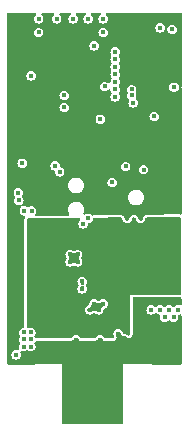
<source format=gbr>
%TF.GenerationSoftware,KiCad,Pcbnew,(6.0.11-0)*%
%TF.CreationDate,2023-03-16T18:41:31-05:00*%
%TF.ProjectId,STEP,53544550-2e6b-4696-9361-645f70636258,rev?*%
%TF.SameCoordinates,Original*%
%TF.FileFunction,Copper,L3,Inr*%
%TF.FilePolarity,Positive*%
%FSLAX46Y46*%
G04 Gerber Fmt 4.6, Leading zero omitted, Abs format (unit mm)*
G04 Created by KiCad (PCBNEW (6.0.11-0)) date 2023-03-16 18:41:31*
%MOMM*%
%LPD*%
G01*
G04 APERTURE LIST*
%TA.AperFunction,ViaPad*%
%ADD10C,0.400000*%
%TD*%
G04 APERTURE END LIST*
D10*
%TO.N,+1V8*%
X99695000Y-122174000D03*
%TO.N,GND*%
X105156000Y-124079000D03*
%TO.N,VAUX*%
X103886000Y-96139000D03*
%TO.N,+BATT*%
X105029000Y-120650000D03*
X104267000Y-120650000D03*
X105410000Y-120015000D03*
X104648000Y-120015000D03*
X103886000Y-120015000D03*
X103124000Y-120015000D03*
X100076000Y-101981000D03*
X100076000Y-101346000D03*
X100076000Y-100711000D03*
X100076000Y-100076000D03*
X100076000Y-99441000D03*
X100076000Y-98171000D03*
X100076000Y-98806000D03*
X101473000Y-101854000D03*
X101473000Y-101346000D03*
%TO.N,GND*%
X102235000Y-120015000D03*
X101092000Y-112268000D03*
%TO.N,+1V8*%
X105029000Y-113919000D03*
X104140000Y-113919000D03*
X105029000Y-113157000D03*
X104140000Y-113157000D03*
X105029000Y-112395000D03*
X104140000Y-112395000D03*
X92202000Y-107602500D03*
%TO.N,GND*%
X97282000Y-117602000D03*
X97282000Y-118237000D03*
X96266000Y-115951000D03*
X96266000Y-115316000D03*
X96901000Y-115316000D03*
X96901000Y-115951000D03*
X97917000Y-120015000D03*
X98679000Y-120015000D03*
X98298000Y-119507000D03*
X99060000Y-119507000D03*
X98806000Y-122555000D03*
X98806000Y-123190000D03*
X98806000Y-123825000D03*
X100457000Y-125857000D03*
X99822000Y-125476000D03*
X99314000Y-124968000D03*
X98933000Y-124460000D03*
X100965000Y-124333000D03*
X100965000Y-123698000D03*
X100965000Y-123063000D03*
X100838000Y-122428000D03*
X100330000Y-122047000D03*
X96012000Y-125476000D03*
X96647000Y-125095000D03*
X96774000Y-124460000D03*
X96774000Y-123825000D03*
X96774000Y-123190000D03*
X96774000Y-122555000D03*
X91821000Y-98425000D03*
X91821000Y-97409000D03*
X91821000Y-96393000D03*
X91821000Y-95377000D03*
X92932250Y-98425000D03*
X94043500Y-98425000D03*
X95154750Y-98425000D03*
X96266000Y-98425000D03*
X92964000Y-100965000D03*
X94075250Y-100965000D03*
X95186500Y-100965000D03*
X96297750Y-100965000D03*
X97409000Y-100965000D03*
X98806000Y-103124000D03*
%TO.N,/AUX_BUZZER_DRAIN*%
X95758000Y-101854000D03*
%TO.N,VAUX*%
X99187000Y-101092000D03*
%TO.N,/BATT_BUZZER_DRAIN*%
X92964000Y-100203000D03*
%TO.N,VAUX*%
X93599000Y-96520000D03*
X99060000Y-96520000D03*
X99060000Y-95377000D03*
X97790000Y-95377000D03*
X96520000Y-95377000D03*
X95123000Y-95377000D03*
X93599000Y-95377000D03*
%TO.N,GND*%
X105283000Y-95377000D03*
X104013000Y-95377000D03*
X105424350Y-97548248D03*
X105426438Y-98792693D03*
X105410000Y-99949000D03*
X98298000Y-108204000D03*
%TO.N,/VFB_AUX*%
X104902000Y-96266000D03*
%TO.N,GND*%
X105410000Y-102362000D03*
%TO.N,/VEN_AUX*%
X105056349Y-101161894D03*
X101600000Y-102489000D03*
%TO.N,/VFB_1V8*%
X103378000Y-103632000D03*
X102481738Y-108135975D03*
%TO.N,/VEN_1V8*%
X98817510Y-103874490D03*
X100965000Y-107865500D03*
%TO.N,GND*%
X102235000Y-112268000D03*
X91104500Y-110109000D03*
%TO.N,/SCK*%
X97802477Y-112255523D03*
%TO.N,/NRST*%
X99822000Y-109220000D03*
%TO.N,/VAUX_BUZZER_LSD*%
X95758000Y-102870000D03*
%TO.N,/VBATT_BUZZER_LSD*%
X98298000Y-97663000D03*
%TO.N,GND*%
X94361000Y-102997000D03*
X93853000Y-102997000D03*
%TO.N,/BATT_LVL*%
X91693098Y-123825902D03*
%TO.N,/ADC_IN_1*%
X92329000Y-123119006D03*
%TO.N,/ADC_IN_0*%
X92329000Y-122519503D03*
%TO.N,/ADC_IN_2*%
X92329000Y-121920000D03*
%TO.N,+1V8*%
X91873754Y-110109000D03*
%TO.N,/NRST*%
X91910506Y-110744000D03*
%TO.N,/VAUX_BUZZER_LSD*%
X92385006Y-111633000D03*
%TO.N,/VBATT_BUZZER_LSD*%
X92997500Y-111633000D03*
%TO.N,/DIO_1*%
X92928502Y-123118890D03*
%TO.N,/DIO_0*%
X92936798Y-122519445D03*
%TO.N,/ADC_IN_3*%
X92928503Y-121920000D03*
%TO.N,+1V8*%
X95608204Y-121951500D03*
X98697023Y-112794023D03*
%TO.N,/CS*%
X97363523Y-112730523D03*
%TO.N,/SCK*%
X95377000Y-108331000D03*
%TO.N,/CS*%
X94996000Y-107823000D03*
%TO.N,+1V8*%
X94107000Y-112776000D03*
%TO.N,GND*%
X102489000Y-121539000D03*
%TD*%
%TA.AperFunction,Conductor*%
%TO.N,+1V8*%
G36*
X105605088Y-112161575D02*
G01*
X105652100Y-112214776D01*
X105664000Y-112268229D01*
X105664000Y-118619000D01*
X105643998Y-118687121D01*
X105590342Y-118733614D01*
X105538000Y-118745000D01*
X101346000Y-118745000D01*
X101346000Y-122065418D01*
X101325998Y-122133539D01*
X101272342Y-122180032D01*
X101202068Y-122190136D01*
X101137488Y-122160642D01*
X101130905Y-122154513D01*
X101076342Y-122099950D01*
X100963304Y-122042354D01*
X100953515Y-122040804D01*
X100953513Y-122040803D01*
X100847793Y-122024059D01*
X100838000Y-122022508D01*
X100835101Y-122022967D01*
X100770698Y-122004057D01*
X100724205Y-121950401D01*
X100718986Y-121936994D01*
X100717197Y-121931487D01*
X100715646Y-121921696D01*
X100658050Y-121808658D01*
X100568342Y-121718950D01*
X100455304Y-121661354D01*
X100445515Y-121659804D01*
X100445513Y-121659803D01*
X100339793Y-121643059D01*
X100330000Y-121641508D01*
X100320207Y-121643059D01*
X100214487Y-121659803D01*
X100214485Y-121659804D01*
X100204696Y-121661354D01*
X100091658Y-121718950D01*
X100001950Y-121808658D01*
X99944354Y-121921696D01*
X99942804Y-121931485D01*
X99942803Y-121931487D01*
X99931309Y-122004057D01*
X99924508Y-122047000D01*
X99926059Y-122056793D01*
X99942143Y-122158342D01*
X99944354Y-122172304D01*
X99953440Y-122190136D01*
X99981291Y-122244797D01*
X99994395Y-122314574D01*
X99967695Y-122380359D01*
X99909667Y-122421265D01*
X99869024Y-122428000D01*
X99267995Y-122428000D01*
X99199874Y-122407998D01*
X99155728Y-122359203D01*
X99138551Y-122325491D01*
X99138550Y-122325489D01*
X99134050Y-122316658D01*
X99044342Y-122226950D01*
X98931304Y-122169354D01*
X98921515Y-122167804D01*
X98921513Y-122167803D01*
X98815793Y-122151059D01*
X98806000Y-122149508D01*
X98796207Y-122151059D01*
X98690487Y-122167803D01*
X98690485Y-122167804D01*
X98680696Y-122169354D01*
X98567658Y-122226950D01*
X98477950Y-122316658D01*
X98473450Y-122325489D01*
X98473449Y-122325491D01*
X98456272Y-122359203D01*
X98407523Y-122410818D01*
X98344005Y-122428000D01*
X97235995Y-122428000D01*
X97167874Y-122407998D01*
X97123728Y-122359203D01*
X97106551Y-122325491D01*
X97106550Y-122325489D01*
X97102050Y-122316658D01*
X97012342Y-122226950D01*
X96899304Y-122169354D01*
X96889515Y-122167804D01*
X96889513Y-122167803D01*
X96783793Y-122151059D01*
X96774000Y-122149508D01*
X96764207Y-122151059D01*
X96658487Y-122167803D01*
X96658485Y-122167804D01*
X96648696Y-122169354D01*
X96535658Y-122226950D01*
X96445950Y-122316658D01*
X96441450Y-122325489D01*
X96441449Y-122325491D01*
X96424272Y-122359203D01*
X96375523Y-122410818D01*
X96312005Y-122428000D01*
X93416909Y-122428000D01*
X93348788Y-122407998D01*
X93304642Y-122359203D01*
X93269349Y-122289937D01*
X93264848Y-122281103D01*
X93265323Y-122280861D01*
X93243942Y-122220938D01*
X93257470Y-122156542D01*
X93309648Y-122054137D01*
X93314149Y-122045304D01*
X93317760Y-122022508D01*
X93332444Y-121929793D01*
X93333995Y-121920000D01*
X93325609Y-121867050D01*
X93315700Y-121804487D01*
X93315699Y-121804485D01*
X93314149Y-121794696D01*
X93256553Y-121681658D01*
X93166845Y-121591950D01*
X93053807Y-121534354D01*
X93044018Y-121532804D01*
X93044016Y-121532803D01*
X92938296Y-121516059D01*
X92928503Y-121514508D01*
X92918710Y-121516059D01*
X92812990Y-121532803D01*
X92812988Y-121532804D01*
X92803199Y-121534354D01*
X92794366Y-121538855D01*
X92794362Y-121538856D01*
X92766202Y-121553204D01*
X92696425Y-121566308D01*
X92630641Y-121539607D01*
X92589735Y-121481579D01*
X92583000Y-121440937D01*
X92583000Y-120015000D01*
X97511508Y-120015000D01*
X97531354Y-120140304D01*
X97588950Y-120253342D01*
X97678658Y-120343050D01*
X97791696Y-120400646D01*
X97801485Y-120402196D01*
X97801487Y-120402197D01*
X97907207Y-120418941D01*
X97917000Y-120420492D01*
X97926793Y-120418941D01*
X98032513Y-120402197D01*
X98032515Y-120402196D01*
X98042304Y-120400646D01*
X98155342Y-120343050D01*
X98208905Y-120289487D01*
X98271217Y-120255461D01*
X98342032Y-120260526D01*
X98387095Y-120289487D01*
X98440658Y-120343050D01*
X98553696Y-120400646D01*
X98563485Y-120402196D01*
X98563487Y-120402197D01*
X98669207Y-120418941D01*
X98679000Y-120420492D01*
X98688793Y-120418941D01*
X98794513Y-120402197D01*
X98794515Y-120402196D01*
X98804304Y-120400646D01*
X98917342Y-120343050D01*
X99007050Y-120253342D01*
X99064646Y-120140304D01*
X99084492Y-120015000D01*
X99084033Y-120012101D01*
X99102943Y-119947698D01*
X99156599Y-119901205D01*
X99170006Y-119895986D01*
X99175513Y-119894197D01*
X99185304Y-119892646D01*
X99298342Y-119835050D01*
X99388050Y-119745342D01*
X99445646Y-119632304D01*
X99449055Y-119610784D01*
X99463941Y-119516793D01*
X99465492Y-119507000D01*
X99445646Y-119381696D01*
X99388050Y-119268658D01*
X99298342Y-119178950D01*
X99185304Y-119121354D01*
X99175515Y-119119804D01*
X99175513Y-119119803D01*
X99069793Y-119103059D01*
X99060000Y-119101508D01*
X99050207Y-119103059D01*
X98944487Y-119119803D01*
X98944485Y-119119804D01*
X98934696Y-119121354D01*
X98821658Y-119178950D01*
X98768095Y-119232513D01*
X98705783Y-119266539D01*
X98634968Y-119261474D01*
X98589905Y-119232513D01*
X98536342Y-119178950D01*
X98423304Y-119121354D01*
X98413515Y-119119804D01*
X98413513Y-119119803D01*
X98307793Y-119103059D01*
X98298000Y-119101508D01*
X98288207Y-119103059D01*
X98182487Y-119119803D01*
X98182485Y-119119804D01*
X98172696Y-119121354D01*
X98059658Y-119178950D01*
X97969950Y-119268658D01*
X97912354Y-119381696D01*
X97892508Y-119507000D01*
X97892967Y-119509899D01*
X97874057Y-119574302D01*
X97820401Y-119620795D01*
X97806994Y-119626014D01*
X97801487Y-119627803D01*
X97791696Y-119629354D01*
X97678658Y-119686950D01*
X97588950Y-119776658D01*
X97531354Y-119889696D01*
X97529804Y-119899485D01*
X97529803Y-119899487D01*
X97522167Y-119947698D01*
X97511508Y-120015000D01*
X92583000Y-120015000D01*
X92583000Y-118237000D01*
X96876508Y-118237000D01*
X96896354Y-118362304D01*
X96953950Y-118475342D01*
X97043658Y-118565050D01*
X97156696Y-118622646D01*
X97166485Y-118624196D01*
X97166487Y-118624197D01*
X97272207Y-118640941D01*
X97282000Y-118642492D01*
X97291793Y-118640941D01*
X97397513Y-118624197D01*
X97397515Y-118624196D01*
X97407304Y-118622646D01*
X97520342Y-118565050D01*
X97610050Y-118475342D01*
X97667646Y-118362304D01*
X97687492Y-118237000D01*
X97667646Y-118111696D01*
X97610050Y-117998658D01*
X97604140Y-117992748D01*
X97580571Y-117926696D01*
X97596650Y-117857544D01*
X97603489Y-117846903D01*
X97610050Y-117840342D01*
X97667646Y-117727304D01*
X97687492Y-117602000D01*
X97667646Y-117476696D01*
X97610050Y-117363658D01*
X97520342Y-117273950D01*
X97407304Y-117216354D01*
X97397515Y-117214804D01*
X97397513Y-117214803D01*
X97291793Y-117198059D01*
X97282000Y-117196508D01*
X97272207Y-117198059D01*
X97166487Y-117214803D01*
X97166485Y-117214804D01*
X97156696Y-117216354D01*
X97043658Y-117273950D01*
X96953950Y-117363658D01*
X96896354Y-117476696D01*
X96876508Y-117602000D01*
X96896354Y-117727304D01*
X96953950Y-117840342D01*
X96959860Y-117846252D01*
X96983429Y-117912304D01*
X96967350Y-117981456D01*
X96960511Y-117992097D01*
X96953950Y-117998658D01*
X96896354Y-118111696D01*
X96876508Y-118237000D01*
X92583000Y-118237000D01*
X92583000Y-115951000D01*
X95860508Y-115951000D01*
X95880354Y-116076304D01*
X95937950Y-116189342D01*
X96027658Y-116279050D01*
X96140696Y-116336646D01*
X96150485Y-116338196D01*
X96150487Y-116338197D01*
X96256207Y-116354941D01*
X96266000Y-116356492D01*
X96275793Y-116354941D01*
X96381513Y-116338197D01*
X96381515Y-116338196D01*
X96391304Y-116336646D01*
X96504342Y-116279050D01*
X96510252Y-116273140D01*
X96576304Y-116249571D01*
X96645456Y-116265650D01*
X96656097Y-116272489D01*
X96662658Y-116279050D01*
X96775696Y-116336646D01*
X96785485Y-116338196D01*
X96785487Y-116338197D01*
X96891207Y-116354941D01*
X96901000Y-116356492D01*
X96910793Y-116354941D01*
X97016513Y-116338197D01*
X97016515Y-116338196D01*
X97026304Y-116336646D01*
X97139342Y-116279050D01*
X97229050Y-116189342D01*
X97286646Y-116076304D01*
X97306492Y-115951000D01*
X97286646Y-115825696D01*
X97229050Y-115712658D01*
X97223140Y-115706748D01*
X97199571Y-115640696D01*
X97215650Y-115571544D01*
X97222489Y-115560903D01*
X97229050Y-115554342D01*
X97286646Y-115441304D01*
X97306492Y-115316000D01*
X97286646Y-115190696D01*
X97229050Y-115077658D01*
X97139342Y-114987950D01*
X97026304Y-114930354D01*
X97016515Y-114928804D01*
X97016513Y-114928803D01*
X96910793Y-114912059D01*
X96901000Y-114910508D01*
X96891207Y-114912059D01*
X96785487Y-114928803D01*
X96785485Y-114928804D01*
X96775696Y-114930354D01*
X96662658Y-114987950D01*
X96656748Y-114993860D01*
X96590696Y-115017429D01*
X96521544Y-115001350D01*
X96510903Y-114994511D01*
X96504342Y-114987950D01*
X96391304Y-114930354D01*
X96381515Y-114928804D01*
X96381513Y-114928803D01*
X96275793Y-114912059D01*
X96266000Y-114910508D01*
X96256207Y-114912059D01*
X96150487Y-114928803D01*
X96150485Y-114928804D01*
X96140696Y-114930354D01*
X96027658Y-114987950D01*
X95937950Y-115077658D01*
X95880354Y-115190696D01*
X95860508Y-115316000D01*
X95880354Y-115441304D01*
X95937950Y-115554342D01*
X95943860Y-115560252D01*
X95967429Y-115626304D01*
X95951350Y-115695456D01*
X95944511Y-115706097D01*
X95937950Y-115712658D01*
X95880354Y-115825696D01*
X95860508Y-115951000D01*
X92583000Y-115951000D01*
X92583000Y-112392783D01*
X92603002Y-112324662D01*
X92656658Y-112278169D01*
X92707777Y-112266789D01*
X96997102Y-112225145D01*
X97065413Y-112244485D01*
X97112425Y-112297686D01*
X97123211Y-112367859D01*
X97094346Y-112432723D01*
X97087420Y-112440234D01*
X97035473Y-112492181D01*
X96977877Y-112605219D01*
X96958031Y-112730523D01*
X96977877Y-112855827D01*
X97035473Y-112968865D01*
X97125181Y-113058573D01*
X97238219Y-113116169D01*
X97248008Y-113117719D01*
X97248010Y-113117720D01*
X97353730Y-113134464D01*
X97363523Y-113136015D01*
X97373316Y-113134464D01*
X97479036Y-113117720D01*
X97479038Y-113117719D01*
X97488827Y-113116169D01*
X97601865Y-113058573D01*
X97691573Y-112968865D01*
X97749169Y-112855827D01*
X97765126Y-112755080D01*
X97795539Y-112690927D01*
X97855807Y-112653400D01*
X97869865Y-112650342D01*
X97917989Y-112642720D01*
X97917990Y-112642720D01*
X97927781Y-112641169D01*
X98040819Y-112583573D01*
X98130527Y-112493865D01*
X98188123Y-112380827D01*
X98197983Y-112318573D01*
X98228395Y-112254420D01*
X98288663Y-112216892D01*
X98321207Y-112212289D01*
X100565395Y-112190501D01*
X100633706Y-112209841D01*
X100680718Y-112263042D01*
X100691067Y-112296785D01*
X100706354Y-112393304D01*
X100763950Y-112506342D01*
X100853658Y-112596050D01*
X100966696Y-112653646D01*
X100976485Y-112655196D01*
X100976487Y-112655197D01*
X101082207Y-112671941D01*
X101092000Y-112673492D01*
X101101793Y-112671941D01*
X101207513Y-112655197D01*
X101207515Y-112655196D01*
X101217304Y-112653646D01*
X101330342Y-112596050D01*
X101420050Y-112506342D01*
X101477646Y-112393304D01*
X101494551Y-112286568D01*
X101524963Y-112222415D01*
X101585231Y-112184887D01*
X101617776Y-112180284D01*
X101706639Y-112179421D01*
X101774951Y-112198761D01*
X101821963Y-112251962D01*
X101832312Y-112285704D01*
X101849354Y-112393304D01*
X101906950Y-112506342D01*
X101996658Y-112596050D01*
X102109696Y-112653646D01*
X102119485Y-112655196D01*
X102119487Y-112655197D01*
X102225207Y-112671941D01*
X102235000Y-112673492D01*
X102244793Y-112671941D01*
X102350513Y-112655197D01*
X102350515Y-112655196D01*
X102360304Y-112653646D01*
X102473342Y-112596050D01*
X102563050Y-112506342D01*
X102620646Y-112393304D01*
X102631460Y-112325031D01*
X102639312Y-112275452D01*
X102669725Y-112211299D01*
X102729993Y-112173772D01*
X102762534Y-112169170D01*
X105536778Y-112142235D01*
X105605088Y-112161575D01*
G37*
%TD.AperFunction*%
%TD*%
%TA.AperFunction,Conductor*%
%TO.N,GND*%
G36*
X93331039Y-94862502D02*
G01*
X93377532Y-94916158D01*
X93387636Y-94986432D01*
X93358142Y-95051012D01*
X93352013Y-95057595D01*
X93270950Y-95138658D01*
X93213354Y-95251696D01*
X93193508Y-95377000D01*
X93213354Y-95502304D01*
X93270950Y-95615342D01*
X93360658Y-95705050D01*
X93473696Y-95762646D01*
X93483485Y-95764196D01*
X93483487Y-95764197D01*
X93589207Y-95780941D01*
X93599000Y-95782492D01*
X93608793Y-95780941D01*
X93714513Y-95764197D01*
X93714515Y-95764196D01*
X93724304Y-95762646D01*
X93837342Y-95705050D01*
X93927050Y-95615342D01*
X93984646Y-95502304D01*
X94004492Y-95377000D01*
X93984646Y-95251696D01*
X93927050Y-95138658D01*
X93845987Y-95057595D01*
X93811961Y-94995283D01*
X93817026Y-94924468D01*
X93859573Y-94867632D01*
X93926093Y-94842821D01*
X93935082Y-94842500D01*
X94786918Y-94842500D01*
X94855039Y-94862502D01*
X94901532Y-94916158D01*
X94911636Y-94986432D01*
X94882142Y-95051012D01*
X94876013Y-95057595D01*
X94794950Y-95138658D01*
X94737354Y-95251696D01*
X94717508Y-95377000D01*
X94737354Y-95502304D01*
X94794950Y-95615342D01*
X94884658Y-95705050D01*
X94997696Y-95762646D01*
X95007485Y-95764196D01*
X95007487Y-95764197D01*
X95113207Y-95780941D01*
X95123000Y-95782492D01*
X95132793Y-95780941D01*
X95238513Y-95764197D01*
X95238515Y-95764196D01*
X95248304Y-95762646D01*
X95361342Y-95705050D01*
X95451050Y-95615342D01*
X95508646Y-95502304D01*
X95528492Y-95377000D01*
X95508646Y-95251696D01*
X95451050Y-95138658D01*
X95369987Y-95057595D01*
X95335961Y-94995283D01*
X95341026Y-94924468D01*
X95383573Y-94867632D01*
X95450093Y-94842821D01*
X95459082Y-94842500D01*
X96183918Y-94842500D01*
X96252039Y-94862502D01*
X96298532Y-94916158D01*
X96308636Y-94986432D01*
X96279142Y-95051012D01*
X96273013Y-95057595D01*
X96191950Y-95138658D01*
X96134354Y-95251696D01*
X96114508Y-95377000D01*
X96134354Y-95502304D01*
X96191950Y-95615342D01*
X96281658Y-95705050D01*
X96394696Y-95762646D01*
X96404485Y-95764196D01*
X96404487Y-95764197D01*
X96510207Y-95780941D01*
X96520000Y-95782492D01*
X96529793Y-95780941D01*
X96635513Y-95764197D01*
X96635515Y-95764196D01*
X96645304Y-95762646D01*
X96758342Y-95705050D01*
X96848050Y-95615342D01*
X96905646Y-95502304D01*
X96925492Y-95377000D01*
X96905646Y-95251696D01*
X96848050Y-95138658D01*
X96766987Y-95057595D01*
X96732961Y-94995283D01*
X96738026Y-94924468D01*
X96780573Y-94867632D01*
X96847093Y-94842821D01*
X96856082Y-94842500D01*
X97453918Y-94842500D01*
X97522039Y-94862502D01*
X97568532Y-94916158D01*
X97578636Y-94986432D01*
X97549142Y-95051012D01*
X97543013Y-95057595D01*
X97461950Y-95138658D01*
X97404354Y-95251696D01*
X97384508Y-95377000D01*
X97404354Y-95502304D01*
X97461950Y-95615342D01*
X97551658Y-95705050D01*
X97664696Y-95762646D01*
X97674485Y-95764196D01*
X97674487Y-95764197D01*
X97780207Y-95780941D01*
X97790000Y-95782492D01*
X97799793Y-95780941D01*
X97905513Y-95764197D01*
X97905515Y-95764196D01*
X97915304Y-95762646D01*
X98028342Y-95705050D01*
X98118050Y-95615342D01*
X98175646Y-95502304D01*
X98195492Y-95377000D01*
X98175646Y-95251696D01*
X98118050Y-95138658D01*
X98036987Y-95057595D01*
X98002961Y-94995283D01*
X98008026Y-94924468D01*
X98050573Y-94867632D01*
X98117093Y-94842821D01*
X98126082Y-94842500D01*
X98723918Y-94842500D01*
X98792039Y-94862502D01*
X98838532Y-94916158D01*
X98848636Y-94986432D01*
X98819142Y-95051012D01*
X98813013Y-95057595D01*
X98731950Y-95138658D01*
X98674354Y-95251696D01*
X98654508Y-95377000D01*
X98674354Y-95502304D01*
X98731950Y-95615342D01*
X98821658Y-95705050D01*
X98934696Y-95762646D01*
X98944485Y-95764196D01*
X98944487Y-95764197D01*
X99050207Y-95780941D01*
X99060000Y-95782492D01*
X99069793Y-95780941D01*
X99175513Y-95764197D01*
X99175515Y-95764196D01*
X99185304Y-95762646D01*
X99298342Y-95705050D01*
X99388050Y-95615342D01*
X99445646Y-95502304D01*
X99465492Y-95377000D01*
X99445646Y-95251696D01*
X99388050Y-95138658D01*
X99306987Y-95057595D01*
X99272961Y-94995283D01*
X99278026Y-94924468D01*
X99320573Y-94867632D01*
X99387093Y-94842821D01*
X99396082Y-94842500D01*
X105578500Y-94842500D01*
X105646621Y-94862502D01*
X105693114Y-94916158D01*
X105704500Y-94968500D01*
X105704500Y-101092998D01*
X105684498Y-101161119D01*
X105681194Y-101163982D01*
X105703461Y-101214641D01*
X105704500Y-101230790D01*
X105704500Y-111815473D01*
X105684498Y-111883594D01*
X105630842Y-111930087D01*
X105561782Y-111940359D01*
X105539239Y-111937341D01*
X105539231Y-111937341D01*
X105534783Y-111936745D01*
X102760539Y-111963680D01*
X102743839Y-111964937D01*
X102735802Y-111965541D01*
X102735796Y-111965542D01*
X102733758Y-111965695D01*
X102731744Y-111965980D01*
X102731733Y-111965981D01*
X102721362Y-111967448D01*
X102701217Y-111970297D01*
X102695053Y-111972538D01*
X102641038Y-111992176D01*
X102621371Y-111999326D01*
X102561103Y-112036853D01*
X102540619Y-112051418D01*
X102535045Y-112058496D01*
X102535044Y-112058497D01*
X102488412Y-112117710D01*
X102488409Y-112117715D01*
X102484035Y-112123269D01*
X102478764Y-112134387D01*
X102455550Y-112183354D01*
X102455548Y-112183360D01*
X102453622Y-112187422D01*
X102436342Y-112243305D01*
X102425890Y-112309297D01*
X102425890Y-112309298D01*
X102413708Y-112346790D01*
X102403783Y-112366269D01*
X102380611Y-112398161D01*
X102365161Y-112413611D01*
X102333269Y-112436783D01*
X102313790Y-112446708D01*
X102276298Y-112458890D01*
X102254707Y-112462309D01*
X102215293Y-112462309D01*
X102193702Y-112458890D01*
X102156210Y-112446708D01*
X102136731Y-112436783D01*
X102104839Y-112413611D01*
X102089389Y-112398161D01*
X102066217Y-112366269D01*
X102056292Y-112346790D01*
X102044110Y-112309297D01*
X102037374Y-112266766D01*
X102035282Y-112253557D01*
X102034487Y-112250122D01*
X102029278Y-112227602D01*
X102029276Y-112227595D01*
X102028779Y-112225446D01*
X102018430Y-112191704D01*
X101989902Y-112140782D01*
X101979238Y-112121746D01*
X101979236Y-112121743D01*
X101975954Y-112115885D01*
X101928942Y-112062684D01*
X101920445Y-112054178D01*
X101917546Y-112051276D01*
X101917544Y-112051275D01*
X101911178Y-112044902D01*
X101830930Y-112001033D01*
X101824118Y-111999104D01*
X101824117Y-111999104D01*
X101783447Y-111987590D01*
X101762618Y-111981693D01*
X101704643Y-111973931D01*
X101615780Y-111974794D01*
X101588998Y-111976809D01*
X101556453Y-111981412D01*
X101550285Y-111983654D01*
X101550283Y-111983655D01*
X101507181Y-111999326D01*
X101476607Y-112010442D01*
X101416339Y-112047970D01*
X101395855Y-112062536D01*
X101339271Y-112134387D01*
X101336241Y-112140779D01*
X101336239Y-112140782D01*
X101310786Y-112194474D01*
X101310784Y-112194480D01*
X101308859Y-112198540D01*
X101291581Y-112254421D01*
X101288550Y-112273558D01*
X101282890Y-112309297D01*
X101270708Y-112346790D01*
X101260783Y-112366269D01*
X101237611Y-112398161D01*
X101222161Y-112413611D01*
X101190269Y-112436783D01*
X101170790Y-112446708D01*
X101133298Y-112458890D01*
X101111707Y-112462309D01*
X101072293Y-112462309D01*
X101050702Y-112458890D01*
X101013210Y-112446708D01*
X100993731Y-112436783D01*
X100961839Y-112413611D01*
X100946389Y-112398161D01*
X100923217Y-112366269D01*
X100913292Y-112346790D01*
X100901110Y-112309297D01*
X100894385Y-112266832D01*
X100894382Y-112266818D01*
X100894037Y-112264638D01*
X100887534Y-112236528D01*
X100877185Y-112202785D01*
X100872529Y-112194474D01*
X100837993Y-112132826D01*
X100837990Y-112132822D01*
X100834709Y-112126965D01*
X100787697Y-112073764D01*
X100776963Y-112063019D01*
X100776303Y-112062358D01*
X100776301Y-112062357D01*
X100769934Y-112055983D01*
X100745174Y-112042447D01*
X100695897Y-112015508D01*
X100695894Y-112015507D01*
X100689686Y-112012113D01*
X100656767Y-112002793D01*
X100625706Y-111993999D01*
X100625704Y-111993999D01*
X100621375Y-111992773D01*
X100563400Y-111985011D01*
X98319212Y-112006799D01*
X98292428Y-112008814D01*
X98290404Y-112009100D01*
X98290388Y-112009102D01*
X98273229Y-112011530D01*
X98259884Y-112013417D01*
X98245502Y-112018646D01*
X98237666Y-112021495D01*
X98166811Y-112025972D01*
X98105519Y-111992173D01*
X98040819Y-111927473D01*
X97927781Y-111869877D01*
X97917992Y-111868327D01*
X97917990Y-111868326D01*
X97812270Y-111851582D01*
X97802477Y-111850031D01*
X97792684Y-111851582D01*
X97686964Y-111868326D01*
X97686962Y-111868327D01*
X97677173Y-111869877D01*
X97564135Y-111927473D01*
X97562484Y-111924233D01*
X97512840Y-111941968D01*
X97443682Y-111925914D01*
X97394182Y-111875019D01*
X97380056Y-111805442D01*
X97388690Y-111769181D01*
X97421593Y-111687330D01*
X97421594Y-111687325D01*
X97424426Y-111680281D01*
X97447223Y-111520102D01*
X97447371Y-111506000D01*
X97427934Y-111345378D01*
X97370744Y-111194030D01*
X97343053Y-111153739D01*
X97283405Y-111066951D01*
X97283404Y-111066949D01*
X97279103Y-111060692D01*
X97271903Y-111054277D01*
X97163974Y-110958115D01*
X97163971Y-110958113D01*
X97158302Y-110953062D01*
X97015315Y-110877354D01*
X97005390Y-110874861D01*
X96865767Y-110839790D01*
X96865763Y-110839790D01*
X96858396Y-110837939D01*
X96850797Y-110837899D01*
X96850795Y-110837899D01*
X96781844Y-110837538D01*
X96696605Y-110837092D01*
X96539282Y-110874861D01*
X96532536Y-110878343D01*
X96532533Y-110878344D01*
X96467476Y-110911923D01*
X96395509Y-110949068D01*
X96273588Y-111055427D01*
X96180556Y-111187798D01*
X96121784Y-111338539D01*
X96100666Y-111498949D01*
X96100814Y-111500289D01*
X96101500Y-111506503D01*
X96101500Y-111506505D01*
X96103001Y-111520102D01*
X96118420Y-111659765D01*
X96174022Y-111811704D01*
X96178255Y-111818004D01*
X96178260Y-111818013D01*
X96187812Y-111832227D01*
X96209204Y-111899924D01*
X96190599Y-111968440D01*
X96137906Y-112016021D01*
X96084453Y-112028496D01*
X93439224Y-112054178D01*
X93370913Y-112034838D01*
X93323901Y-111981637D01*
X93313115Y-111911464D01*
X93325734Y-111870981D01*
X93345480Y-111832227D01*
X93383146Y-111758304D01*
X93402992Y-111633000D01*
X93401441Y-111623207D01*
X93384697Y-111517487D01*
X93384696Y-111517485D01*
X93383146Y-111507696D01*
X93325550Y-111394658D01*
X93235842Y-111304950D01*
X93122804Y-111247354D01*
X93113015Y-111245804D01*
X93113013Y-111245803D01*
X93007293Y-111229059D01*
X92997500Y-111227508D01*
X92987707Y-111229059D01*
X92881987Y-111245803D01*
X92881985Y-111245804D01*
X92872196Y-111247354D01*
X92759158Y-111304950D01*
X92759003Y-111304646D01*
X92698450Y-111326253D01*
X92629298Y-111310175D01*
X92627269Y-111308871D01*
X92623348Y-111304950D01*
X92510310Y-111247354D01*
X92500521Y-111245804D01*
X92500519Y-111245803D01*
X92394799Y-111229059D01*
X92385006Y-111227508D01*
X92375213Y-111229059D01*
X92375212Y-111229059D01*
X92302704Y-111240543D01*
X92232293Y-111231443D01*
X92177979Y-111185721D01*
X92157007Y-111117893D01*
X92176034Y-111049494D01*
X92193899Y-111026999D01*
X92238556Y-110982342D01*
X92296152Y-110869304D01*
X92301248Y-110837132D01*
X92314447Y-110753793D01*
X92315998Y-110744000D01*
X92301252Y-110650897D01*
X92297703Y-110628487D01*
X92297702Y-110628485D01*
X92296152Y-110618696D01*
X92238556Y-110505658D01*
X92225503Y-110492605D01*
X92220230Y-110482949D01*
X101180666Y-110482949D01*
X101180814Y-110484289D01*
X101198420Y-110643765D01*
X101201030Y-110650897D01*
X101238685Y-110753793D01*
X101254022Y-110795704D01*
X101258258Y-110802007D01*
X101258258Y-110802008D01*
X101311277Y-110880908D01*
X101344261Y-110929994D01*
X101349880Y-110935107D01*
X101349881Y-110935108D01*
X101458313Y-111033773D01*
X101463929Y-111038883D01*
X101504096Y-111060692D01*
X101599439Y-111112460D01*
X101599441Y-111112461D01*
X101606116Y-111116085D01*
X101613465Y-111118013D01*
X101755263Y-111155213D01*
X101755265Y-111155213D01*
X101762613Y-111157141D01*
X101845069Y-111158436D01*
X101916787Y-111159563D01*
X101916790Y-111159563D01*
X101924386Y-111159682D01*
X101931791Y-111157986D01*
X101931792Y-111157986D01*
X101989806Y-111144699D01*
X102082096Y-111123562D01*
X102226638Y-111050865D01*
X102232410Y-111045936D01*
X102232412Y-111045934D01*
X102343890Y-110950723D01*
X102343894Y-110950719D01*
X102349666Y-110945789D01*
X102444080Y-110814399D01*
X102504426Y-110664281D01*
X102527223Y-110504102D01*
X102527371Y-110490000D01*
X102507934Y-110329378D01*
X102450744Y-110178030D01*
X102423053Y-110137739D01*
X102363405Y-110050951D01*
X102363404Y-110050949D01*
X102359103Y-110044692D01*
X102351903Y-110038277D01*
X102243974Y-109942115D01*
X102243971Y-109942113D01*
X102238302Y-109937062D01*
X102095315Y-109861354D01*
X102085390Y-109858861D01*
X101945767Y-109823790D01*
X101945763Y-109823790D01*
X101938396Y-109821939D01*
X101930797Y-109821899D01*
X101930795Y-109821899D01*
X101861844Y-109821538D01*
X101776605Y-109821092D01*
X101619282Y-109858861D01*
X101612536Y-109862343D01*
X101612533Y-109862344D01*
X101579312Y-109879491D01*
X101475509Y-109933068D01*
X101353588Y-110039427D01*
X101260556Y-110171798D01*
X101201784Y-110322539D01*
X101200792Y-110330072D01*
X101200792Y-110330073D01*
X101198655Y-110346307D01*
X101180666Y-110482949D01*
X92220230Y-110482949D01*
X92191477Y-110430293D01*
X92196542Y-110359478D01*
X92202331Y-110346307D01*
X92206305Y-110338509D01*
X92259400Y-110234304D01*
X92270285Y-110165582D01*
X92277695Y-110118793D01*
X92279246Y-110109000D01*
X92269061Y-110044692D01*
X92260951Y-109993487D01*
X92260950Y-109993485D01*
X92259400Y-109983696D01*
X92201804Y-109870658D01*
X92112096Y-109780950D01*
X91999058Y-109723354D01*
X91989269Y-109721804D01*
X91989267Y-109721803D01*
X91883547Y-109705059D01*
X91873754Y-109703508D01*
X91863961Y-109705059D01*
X91758241Y-109721803D01*
X91758239Y-109721804D01*
X91748450Y-109723354D01*
X91635412Y-109780950D01*
X91545704Y-109870658D01*
X91488108Y-109983696D01*
X91486558Y-109993485D01*
X91486557Y-109993487D01*
X91478447Y-110044692D01*
X91468262Y-110109000D01*
X91469813Y-110118793D01*
X91477224Y-110165582D01*
X91488108Y-110234304D01*
X91545704Y-110347342D01*
X91558757Y-110360395D01*
X91592783Y-110422707D01*
X91587718Y-110493522D01*
X91581931Y-110506688D01*
X91524860Y-110618696D01*
X91523310Y-110628485D01*
X91523309Y-110628487D01*
X91519760Y-110650897D01*
X91505014Y-110744000D01*
X91506565Y-110753793D01*
X91519765Y-110837132D01*
X91524860Y-110869304D01*
X91582456Y-110982342D01*
X91672164Y-111072050D01*
X91785202Y-111129646D01*
X91794991Y-111131196D01*
X91794993Y-111131197D01*
X91900713Y-111147941D01*
X91910506Y-111149492D01*
X91920299Y-111147941D01*
X91920300Y-111147941D01*
X91992808Y-111136457D01*
X92063219Y-111145557D01*
X92117533Y-111191279D01*
X92138505Y-111259107D01*
X92119478Y-111327506D01*
X92101613Y-111350001D01*
X92056956Y-111394658D01*
X91999360Y-111507696D01*
X91997810Y-111517485D01*
X91997809Y-111517487D01*
X91981065Y-111623207D01*
X91979514Y-111633000D01*
X91999360Y-111758304D01*
X92056956Y-111871342D01*
X92146664Y-111961050D01*
X92259702Y-112018646D01*
X92269493Y-112020197D01*
X92269494Y-112020197D01*
X92277690Y-112021495D01*
X92342965Y-112031833D01*
X92407117Y-112062245D01*
X92444644Y-112122513D01*
X92443631Y-112193502D01*
X92433220Y-112217792D01*
X92413215Y-112253557D01*
X92405826Y-112266766D01*
X92403832Y-112273558D01*
X92393338Y-112309298D01*
X92385824Y-112334887D01*
X92385184Y-112339335D01*
X92385183Y-112339342D01*
X92378139Y-112388335D01*
X92378138Y-112388342D01*
X92377500Y-112392783D01*
X92377500Y-121399212D01*
X92357498Y-121467333D01*
X92303842Y-121513826D01*
X92271210Y-121523661D01*
X92213488Y-121532803D01*
X92213487Y-121532803D01*
X92203696Y-121534354D01*
X92090658Y-121591950D01*
X92000950Y-121681658D01*
X91943354Y-121794696D01*
X91941804Y-121804485D01*
X91941803Y-121804487D01*
X91931698Y-121868292D01*
X91923508Y-121920000D01*
X91925059Y-121929793D01*
X91938007Y-122011541D01*
X91943354Y-122045304D01*
X91965260Y-122088297D01*
X92000950Y-122158342D01*
X91998613Y-122159533D01*
X92017533Y-122212555D01*
X92001773Y-122280338D01*
X92000950Y-122281161D01*
X91997674Y-122287590D01*
X91997673Y-122287592D01*
X91985723Y-122311046D01*
X91943354Y-122394199D01*
X91941804Y-122403988D01*
X91941803Y-122403990D01*
X91927130Y-122496633D01*
X91923508Y-122519503D01*
X91925059Y-122529296D01*
X91941059Y-122630314D01*
X91943354Y-122644807D01*
X91947855Y-122653640D01*
X92000950Y-122757845D01*
X91998613Y-122759036D01*
X92017533Y-122812058D01*
X92001773Y-122879841D01*
X92000950Y-122880664D01*
X91943354Y-122993702D01*
X91923508Y-123119006D01*
X91943354Y-123244310D01*
X91947856Y-123253145D01*
X91947856Y-123253146D01*
X91950688Y-123258705D01*
X91963792Y-123328482D01*
X91937091Y-123394266D01*
X91879064Y-123435172D01*
X91818798Y-123437755D01*
X91818402Y-123440256D01*
X91702891Y-123421961D01*
X91693098Y-123420410D01*
X91683305Y-123421961D01*
X91577585Y-123438705D01*
X91577583Y-123438706D01*
X91567794Y-123440256D01*
X91454756Y-123497852D01*
X91365048Y-123587560D01*
X91307452Y-123700598D01*
X91287606Y-123825902D01*
X91307452Y-123951206D01*
X91365048Y-124064244D01*
X91454756Y-124153952D01*
X91567794Y-124211548D01*
X91577583Y-124213098D01*
X91577585Y-124213099D01*
X91683305Y-124229843D01*
X91693098Y-124231394D01*
X91702891Y-124229843D01*
X91808611Y-124213099D01*
X91808613Y-124213098D01*
X91818402Y-124211548D01*
X91931440Y-124153952D01*
X92021148Y-124064244D01*
X92078744Y-123951206D01*
X92098590Y-123825902D01*
X92078744Y-123700598D01*
X92074242Y-123691762D01*
X92071410Y-123686203D01*
X92058306Y-123616426D01*
X92085007Y-123550642D01*
X92143034Y-123509736D01*
X92203300Y-123507153D01*
X92203696Y-123504652D01*
X92329000Y-123524498D01*
X92338793Y-123522947D01*
X92444513Y-123506203D01*
X92444515Y-123506202D01*
X92454304Y-123504652D01*
X92567342Y-123447056D01*
X92568519Y-123449367D01*
X92621637Y-123430415D01*
X92689390Y-123446170D01*
X92690160Y-123446940D01*
X92696538Y-123450190D01*
X92696540Y-123450191D01*
X92734119Y-123469338D01*
X92803198Y-123504536D01*
X92812987Y-123506086D01*
X92812989Y-123506087D01*
X92918709Y-123522831D01*
X92928502Y-123524382D01*
X92938295Y-123522831D01*
X93044015Y-123506087D01*
X93044017Y-123506086D01*
X93053806Y-123504536D01*
X93166844Y-123446940D01*
X93256552Y-123357232D01*
X93314148Y-123244194D01*
X93333994Y-123118890D01*
X93314148Y-122993586D01*
X93309648Y-122984755D01*
X93309647Y-122984751D01*
X93257470Y-122882350D01*
X93244365Y-122812573D01*
X93265181Y-122757957D01*
X93264848Y-122757787D01*
X93293527Y-122701502D01*
X93342276Y-122649887D01*
X93414336Y-122633130D01*
X93416909Y-122633500D01*
X96312005Y-122633500D01*
X96316126Y-122632952D01*
X96316132Y-122632952D01*
X96361533Y-122626919D01*
X96365665Y-122626370D01*
X96369682Y-122625283D01*
X96369684Y-122625283D01*
X96427669Y-122609598D01*
X96427686Y-122609593D01*
X96429183Y-122609188D01*
X96430655Y-122608709D01*
X96430675Y-122608703D01*
X96440661Y-122605453D01*
X96440663Y-122605452D01*
X96448904Y-122602770D01*
X96465131Y-122591916D01*
X96475259Y-122585141D01*
X96524922Y-122551921D01*
X96573671Y-122500306D01*
X96599659Y-122463442D01*
X96604780Y-122456178D01*
X96604783Y-122456173D01*
X96607373Y-122452499D01*
X96608956Y-122449393D01*
X96627392Y-122425836D01*
X96643839Y-122409389D01*
X96675731Y-122386217D01*
X96680644Y-122383714D01*
X96695210Y-122376292D01*
X96732702Y-122364110D01*
X96754293Y-122360691D01*
X96793707Y-122360691D01*
X96815298Y-122364110D01*
X96852790Y-122376292D01*
X96867357Y-122383714D01*
X96872269Y-122386217D01*
X96904161Y-122409389D01*
X96920515Y-122425743D01*
X96939277Y-122449849D01*
X96940627Y-122452499D01*
X96971340Y-122497072D01*
X97015486Y-122545867D01*
X97030160Y-122560527D01*
X97109978Y-122605174D01*
X97143443Y-122615000D01*
X97173776Y-122623907D01*
X97173780Y-122623908D01*
X97178099Y-122625176D01*
X97182547Y-122625816D01*
X97182554Y-122625817D01*
X97231547Y-122632861D01*
X97231554Y-122632862D01*
X97235995Y-122633500D01*
X98344005Y-122633500D01*
X98348126Y-122632952D01*
X98348132Y-122632952D01*
X98393533Y-122626919D01*
X98397665Y-122626370D01*
X98401682Y-122625283D01*
X98401684Y-122625283D01*
X98459669Y-122609598D01*
X98459686Y-122609593D01*
X98461183Y-122609188D01*
X98462655Y-122608709D01*
X98462675Y-122608703D01*
X98472661Y-122605453D01*
X98472663Y-122605452D01*
X98480904Y-122602770D01*
X98497131Y-122591916D01*
X98507259Y-122585141D01*
X98556922Y-122551921D01*
X98605671Y-122500306D01*
X98631659Y-122463442D01*
X98636780Y-122456178D01*
X98636783Y-122456173D01*
X98639373Y-122452499D01*
X98640956Y-122449393D01*
X98659392Y-122425836D01*
X98675839Y-122409389D01*
X98707731Y-122386217D01*
X98712644Y-122383714D01*
X98727210Y-122376292D01*
X98764702Y-122364110D01*
X98786293Y-122360691D01*
X98825707Y-122360691D01*
X98847298Y-122364110D01*
X98884790Y-122376292D01*
X98899357Y-122383714D01*
X98904269Y-122386217D01*
X98936161Y-122409389D01*
X98952515Y-122425743D01*
X98971277Y-122449849D01*
X98972627Y-122452499D01*
X99003340Y-122497072D01*
X99047486Y-122545867D01*
X99062160Y-122560527D01*
X99141978Y-122605174D01*
X99175443Y-122615000D01*
X99205776Y-122623907D01*
X99205780Y-122623908D01*
X99210099Y-122625176D01*
X99214547Y-122625816D01*
X99214554Y-122625817D01*
X99263547Y-122632861D01*
X99263554Y-122632862D01*
X99267995Y-122633500D01*
X99869024Y-122633500D01*
X99888441Y-122631902D01*
X99900047Y-122630947D01*
X99900053Y-122630946D01*
X99902620Y-122630735D01*
X99943263Y-122624000D01*
X100028069Y-122589227D01*
X100086097Y-122548321D01*
X100087606Y-122547112D01*
X100087616Y-122547105D01*
X100098686Y-122538239D01*
X100105720Y-122532606D01*
X100158109Y-122457642D01*
X100179885Y-122403990D01*
X100184077Y-122393661D01*
X100184079Y-122393656D01*
X100184809Y-122391857D01*
X100192820Y-122368032D01*
X100195891Y-122288846D01*
X100196090Y-122283715D01*
X100196090Y-122283713D01*
X100196364Y-122276645D01*
X100183260Y-122206868D01*
X100164393Y-122151502D01*
X100151292Y-122125790D01*
X100139110Y-122088297D01*
X100135691Y-122066710D01*
X100135691Y-122027290D01*
X100138186Y-122011541D01*
X100139110Y-122005702D01*
X100151292Y-121968210D01*
X100155511Y-121959930D01*
X100161217Y-121948731D01*
X100184389Y-121916839D01*
X100199839Y-121901389D01*
X100231731Y-121878217D01*
X100251210Y-121868292D01*
X100288702Y-121856110D01*
X100310293Y-121852691D01*
X100349707Y-121852691D01*
X100371298Y-121856110D01*
X100408790Y-121868292D01*
X100428269Y-121878217D01*
X100460161Y-121901389D01*
X100475611Y-121916839D01*
X100498783Y-121948732D01*
X100516232Y-121982978D01*
X100523230Y-121999538D01*
X100523274Y-121999666D01*
X100523540Y-122000486D01*
X100527484Y-122011541D01*
X100532703Y-122024948D01*
X100535490Y-122029570D01*
X100535491Y-122029572D01*
X100559788Y-122069866D01*
X100568898Y-122084975D01*
X100615391Y-122138631D01*
X100616740Y-122140008D01*
X100616743Y-122140011D01*
X100626681Y-122150154D01*
X100626684Y-122150156D01*
X100632985Y-122156587D01*
X100712803Y-122201233D01*
X100719594Y-122203227D01*
X100770506Y-122218176D01*
X100770508Y-122218176D01*
X100777206Y-122220143D01*
X100785161Y-122220655D01*
X100787659Y-122221208D01*
X100791044Y-122221806D01*
X100791018Y-122221951D01*
X100805890Y-122225242D01*
X100805853Y-122225478D01*
X100809746Y-122226095D01*
X100809748Y-122226095D01*
X100879297Y-122237110D01*
X100916790Y-122249292D01*
X100931881Y-122256981D01*
X100936269Y-122259217D01*
X100968161Y-122282389D01*
X100985595Y-122299823D01*
X100985956Y-122300171D01*
X100985982Y-122300197D01*
X100990394Y-122304455D01*
X100990873Y-122304917D01*
X100997456Y-122311046D01*
X101052117Y-122347570D01*
X101116697Y-122377064D01*
X101118467Y-122377745D01*
X101118484Y-122377752D01*
X101124984Y-122380251D01*
X101140162Y-122386090D01*
X101149142Y-122386824D01*
X101149145Y-122386825D01*
X101196745Y-122390717D01*
X101231314Y-122393544D01*
X101238317Y-122392537D01*
X101238321Y-122392537D01*
X101299683Y-122383714D01*
X101299686Y-122383713D01*
X101301588Y-122383440D01*
X101326203Y-122378348D01*
X101334155Y-122374111D01*
X101334157Y-122374110D01*
X101380016Y-122349673D01*
X101406916Y-122335339D01*
X101460572Y-122288846D01*
X101478527Y-122271253D01*
X101523174Y-122191435D01*
X101536075Y-122147497D01*
X101541907Y-122127637D01*
X101541908Y-122127633D01*
X101543176Y-122123314D01*
X101543817Y-122118859D01*
X101550861Y-122069866D01*
X101550862Y-122069859D01*
X101551500Y-122065418D01*
X101551500Y-119076500D01*
X101571502Y-119008379D01*
X101625158Y-118961886D01*
X101677500Y-118950500D01*
X105538000Y-118950500D01*
X105541346Y-118950140D01*
X105541351Y-118950140D01*
X105565032Y-118947594D01*
X105634901Y-118960200D01*
X105686862Y-119008579D01*
X105704500Y-119072872D01*
X105704500Y-119512536D01*
X105684498Y-119580657D01*
X105630842Y-119627150D01*
X105560568Y-119637254D01*
X105542614Y-119633078D01*
X105535304Y-119629354D01*
X105410000Y-119609508D01*
X105400207Y-119611059D01*
X105294487Y-119627803D01*
X105294485Y-119627804D01*
X105284696Y-119629354D01*
X105171658Y-119686950D01*
X105118095Y-119740513D01*
X105055783Y-119774539D01*
X104984968Y-119769474D01*
X104939905Y-119740513D01*
X104886342Y-119686950D01*
X104773304Y-119629354D01*
X104763515Y-119627804D01*
X104763513Y-119627803D01*
X104657793Y-119611059D01*
X104648000Y-119609508D01*
X104638207Y-119611059D01*
X104532487Y-119627803D01*
X104532485Y-119627804D01*
X104522696Y-119629354D01*
X104409658Y-119686950D01*
X104356095Y-119740513D01*
X104293783Y-119774539D01*
X104222968Y-119769474D01*
X104177905Y-119740513D01*
X104124342Y-119686950D01*
X104011304Y-119629354D01*
X104001515Y-119627804D01*
X104001513Y-119627803D01*
X103895793Y-119611059D01*
X103886000Y-119609508D01*
X103876207Y-119611059D01*
X103770487Y-119627803D01*
X103770485Y-119627804D01*
X103760696Y-119629354D01*
X103647658Y-119686950D01*
X103594095Y-119740513D01*
X103531783Y-119774539D01*
X103460968Y-119769474D01*
X103415905Y-119740513D01*
X103362342Y-119686950D01*
X103249304Y-119629354D01*
X103239515Y-119627804D01*
X103239513Y-119627803D01*
X103133793Y-119611059D01*
X103124000Y-119609508D01*
X103114207Y-119611059D01*
X103008487Y-119627803D01*
X103008485Y-119627804D01*
X102998696Y-119629354D01*
X102885658Y-119686950D01*
X102795950Y-119776658D01*
X102738354Y-119889696D01*
X102736804Y-119899485D01*
X102736803Y-119899487D01*
X102723513Y-119983400D01*
X102718508Y-120015000D01*
X102720059Y-120024793D01*
X102730015Y-120087650D01*
X102738354Y-120140304D01*
X102795950Y-120253342D01*
X102885658Y-120343050D01*
X102998696Y-120400646D01*
X103008485Y-120402196D01*
X103008487Y-120402197D01*
X103114207Y-120418941D01*
X103124000Y-120420492D01*
X103133793Y-120418941D01*
X103239513Y-120402197D01*
X103239515Y-120402196D01*
X103249304Y-120400646D01*
X103362342Y-120343050D01*
X103415905Y-120289487D01*
X103478217Y-120255461D01*
X103549032Y-120260526D01*
X103594095Y-120289487D01*
X103647658Y-120343050D01*
X103760696Y-120400646D01*
X103770487Y-120402197D01*
X103770491Y-120402198D01*
X103773123Y-120402615D01*
X103776060Y-120404008D01*
X103779921Y-120405262D01*
X103779759Y-120405761D01*
X103837275Y-120433029D01*
X103874800Y-120493298D01*
X103877857Y-120546773D01*
X103861508Y-120650000D01*
X103881354Y-120775304D01*
X103938950Y-120888342D01*
X104028658Y-120978050D01*
X104141696Y-121035646D01*
X104151485Y-121037196D01*
X104151487Y-121037197D01*
X104257207Y-121053941D01*
X104267000Y-121055492D01*
X104276793Y-121053941D01*
X104382513Y-121037197D01*
X104382515Y-121037196D01*
X104392304Y-121035646D01*
X104505342Y-120978050D01*
X104558905Y-120924487D01*
X104621217Y-120890461D01*
X104692032Y-120895526D01*
X104737095Y-120924487D01*
X104790658Y-120978050D01*
X104903696Y-121035646D01*
X104913485Y-121037196D01*
X104913487Y-121037197D01*
X105019207Y-121053941D01*
X105029000Y-121055492D01*
X105038793Y-121053941D01*
X105144513Y-121037197D01*
X105144515Y-121037196D01*
X105154304Y-121035646D01*
X105267342Y-120978050D01*
X105357050Y-120888342D01*
X105414646Y-120775304D01*
X105434492Y-120650000D01*
X105418143Y-120546773D01*
X105427243Y-120476362D01*
X105472965Y-120422048D01*
X105522877Y-120402615D01*
X105525506Y-120402198D01*
X105525507Y-120402198D01*
X105535304Y-120400646D01*
X105541320Y-120397581D01*
X105610530Y-120395603D01*
X105671329Y-120432265D01*
X105702654Y-120495977D01*
X105704500Y-120517464D01*
X105704500Y-124514220D01*
X105684498Y-124582341D01*
X105630842Y-124628834D01*
X105577791Y-124640218D01*
X100877230Y-124613720D01*
X100874292Y-124613183D01*
X100874278Y-124613657D01*
X100870729Y-124613555D01*
X100870654Y-124613500D01*
X100838616Y-124613500D01*
X100837906Y-124613498D01*
X100837969Y-124613498D01*
X100822650Y-124613412D01*
X100822374Y-124613500D01*
X100805346Y-124613500D01*
X100792040Y-124623167D01*
X100776371Y-124628161D01*
X100766285Y-124641880D01*
X100752510Y-124651888D01*
X100747428Y-124667529D01*
X100737686Y-124680780D01*
X100737590Y-124697806D01*
X100737500Y-124698083D01*
X100737500Y-124713433D01*
X100737498Y-124714143D01*
X100737318Y-124746087D01*
X100732496Y-124746060D01*
X100732495Y-124746340D01*
X100737500Y-124746340D01*
X100737500Y-129567500D01*
X100717498Y-129635621D01*
X100663842Y-129682114D01*
X100611500Y-129693500D01*
X95730500Y-129693500D01*
X95662379Y-129673498D01*
X95615886Y-129619842D01*
X95604500Y-129567500D01*
X95604500Y-124746323D01*
X95608226Y-124746323D01*
X95608185Y-124746035D01*
X95604692Y-124746056D01*
X95604502Y-124714158D01*
X95604500Y-124713407D01*
X95604500Y-124698083D01*
X95604405Y-124697789D01*
X95604303Y-124680748D01*
X95594568Y-124667515D01*
X95589490Y-124651888D01*
X95575701Y-124641869D01*
X95565601Y-124628141D01*
X95549946Y-124623157D01*
X95536654Y-124613500D01*
X95519609Y-124613500D01*
X95519317Y-124613407D01*
X95517596Y-124613417D01*
X95504046Y-124613498D01*
X95503295Y-124613500D01*
X95471346Y-124613500D01*
X95471346Y-124608745D01*
X95471049Y-124608753D01*
X95471078Y-124613694D01*
X91032250Y-124640145D01*
X90964012Y-124620549D01*
X90917200Y-124567171D01*
X90905500Y-124514147D01*
X90905500Y-109466949D01*
X96100666Y-109466949D01*
X96100814Y-109468289D01*
X96118420Y-109627765D01*
X96174022Y-109779704D01*
X96178258Y-109786007D01*
X96178258Y-109786008D01*
X96231277Y-109864908D01*
X96264261Y-109913994D01*
X96269880Y-109919107D01*
X96269881Y-109919108D01*
X96331155Y-109974863D01*
X96383929Y-110022883D01*
X96424096Y-110044692D01*
X96519439Y-110096460D01*
X96519441Y-110096461D01*
X96526116Y-110100085D01*
X96533465Y-110102013D01*
X96675263Y-110139213D01*
X96675265Y-110139213D01*
X96682613Y-110141141D01*
X96765069Y-110142436D01*
X96836787Y-110143563D01*
X96836790Y-110143563D01*
X96844386Y-110143682D01*
X96851791Y-110141986D01*
X96851792Y-110141986D01*
X96953058Y-110118793D01*
X97002096Y-110107562D01*
X97146638Y-110034865D01*
X97152410Y-110029936D01*
X97152412Y-110029934D01*
X97263890Y-109934723D01*
X97263894Y-109934719D01*
X97269666Y-109929789D01*
X97364080Y-109798399D01*
X97424426Y-109648281D01*
X97447223Y-109488102D01*
X97447371Y-109474000D01*
X97427934Y-109313378D01*
X97392649Y-109220000D01*
X99416508Y-109220000D01*
X99418059Y-109229793D01*
X99432492Y-109320918D01*
X99436354Y-109345304D01*
X99493950Y-109458342D01*
X99583658Y-109548050D01*
X99696696Y-109605646D01*
X99706485Y-109607196D01*
X99706487Y-109607197D01*
X99812207Y-109623941D01*
X99822000Y-109625492D01*
X99831793Y-109623941D01*
X99937513Y-109607197D01*
X99937515Y-109607196D01*
X99947304Y-109605646D01*
X100060342Y-109548050D01*
X100150050Y-109458342D01*
X100207646Y-109345304D01*
X100211509Y-109320918D01*
X100225941Y-109229793D01*
X100227492Y-109220000D01*
X100217324Y-109155798D01*
X100209197Y-109104487D01*
X100209196Y-109104485D01*
X100207646Y-109094696D01*
X100150050Y-108981658D01*
X100060342Y-108891950D01*
X99947304Y-108834354D01*
X99937515Y-108832804D01*
X99937513Y-108832803D01*
X99831793Y-108816059D01*
X99822000Y-108814508D01*
X99812207Y-108816059D01*
X99706487Y-108832803D01*
X99706485Y-108832804D01*
X99696696Y-108834354D01*
X99583658Y-108891950D01*
X99493950Y-108981658D01*
X99436354Y-109094696D01*
X99434804Y-109104485D01*
X99434803Y-109104487D01*
X99426676Y-109155798D01*
X99416508Y-109220000D01*
X97392649Y-109220000D01*
X97370744Y-109162030D01*
X97343053Y-109121739D01*
X97283405Y-109034951D01*
X97283404Y-109034949D01*
X97279103Y-109028692D01*
X97267591Y-109018435D01*
X97163974Y-108926115D01*
X97163971Y-108926113D01*
X97158302Y-108921062D01*
X97015315Y-108845354D01*
X97005390Y-108842861D01*
X96865767Y-108807790D01*
X96865763Y-108807790D01*
X96858396Y-108805939D01*
X96850797Y-108805899D01*
X96850795Y-108805899D01*
X96781844Y-108805538D01*
X96696605Y-108805092D01*
X96539282Y-108842861D01*
X96532536Y-108846343D01*
X96532533Y-108846344D01*
X96462094Y-108882701D01*
X96395509Y-108917068D01*
X96273588Y-109023427D01*
X96180556Y-109155798D01*
X96121784Y-109306539D01*
X96120792Y-109314072D01*
X96120792Y-109314073D01*
X96117731Y-109337328D01*
X96100666Y-109466949D01*
X90905500Y-109466949D01*
X90905500Y-107602500D01*
X91796508Y-107602500D01*
X91816354Y-107727804D01*
X91873950Y-107840842D01*
X91963658Y-107930550D01*
X92076696Y-107988146D01*
X92086485Y-107989696D01*
X92086487Y-107989697D01*
X92192207Y-108006441D01*
X92202000Y-108007992D01*
X92211793Y-108006441D01*
X92317513Y-107989697D01*
X92317515Y-107989696D01*
X92327304Y-107988146D01*
X92440342Y-107930550D01*
X92530050Y-107840842D01*
X92539141Y-107823000D01*
X94590508Y-107823000D01*
X94592059Y-107832793D01*
X94606946Y-107926784D01*
X94610354Y-107948304D01*
X94667950Y-108061342D01*
X94757658Y-108151050D01*
X94870696Y-108208646D01*
X94880487Y-108210197D01*
X94885994Y-108211986D01*
X94944600Y-108252059D01*
X94972238Y-108317455D01*
X94972613Y-108324021D01*
X94971508Y-108331000D01*
X94991354Y-108456304D01*
X95048950Y-108569342D01*
X95138658Y-108659050D01*
X95251696Y-108716646D01*
X95261485Y-108718196D01*
X95261487Y-108718197D01*
X95367207Y-108734941D01*
X95377000Y-108736492D01*
X95386793Y-108734941D01*
X95492513Y-108718197D01*
X95492515Y-108718196D01*
X95502304Y-108716646D01*
X95615342Y-108659050D01*
X95705050Y-108569342D01*
X95762646Y-108456304D01*
X95782492Y-108331000D01*
X95772988Y-108270992D01*
X95764197Y-108215487D01*
X95764196Y-108215485D01*
X95762646Y-108205696D01*
X95705050Y-108092658D01*
X95615342Y-108002950D01*
X95502304Y-107945354D01*
X95492513Y-107943803D01*
X95487006Y-107942014D01*
X95428400Y-107901941D01*
X95412999Y-107865500D01*
X100559508Y-107865500D01*
X100561059Y-107875293D01*
X100572156Y-107945354D01*
X100579354Y-107990804D01*
X100636950Y-108103842D01*
X100726658Y-108193550D01*
X100839696Y-108251146D01*
X100849485Y-108252696D01*
X100849487Y-108252697D01*
X100955207Y-108269441D01*
X100965000Y-108270992D01*
X100974793Y-108269441D01*
X101080513Y-108252697D01*
X101080515Y-108252696D01*
X101090304Y-108251146D01*
X101203342Y-108193550D01*
X101260917Y-108135975D01*
X102076246Y-108135975D01*
X102077797Y-108145768D01*
X102087289Y-108205696D01*
X102096092Y-108261279D01*
X102153688Y-108374317D01*
X102243396Y-108464025D01*
X102356434Y-108521621D01*
X102366223Y-108523171D01*
X102366225Y-108523172D01*
X102471945Y-108539916D01*
X102481738Y-108541467D01*
X102491531Y-108539916D01*
X102597251Y-108523172D01*
X102597253Y-108523171D01*
X102607042Y-108521621D01*
X102720080Y-108464025D01*
X102809788Y-108374317D01*
X102867384Y-108261279D01*
X102876188Y-108205696D01*
X102885679Y-108145768D01*
X102887230Y-108135975D01*
X102876520Y-108068353D01*
X102868935Y-108020462D01*
X102868934Y-108020460D01*
X102867384Y-108010671D01*
X102809788Y-107897633D01*
X102720080Y-107807925D01*
X102607042Y-107750329D01*
X102597253Y-107748779D01*
X102597251Y-107748778D01*
X102491531Y-107732034D01*
X102481738Y-107730483D01*
X102471945Y-107732034D01*
X102366225Y-107748778D01*
X102366223Y-107748779D01*
X102356434Y-107750329D01*
X102243396Y-107807925D01*
X102153688Y-107897633D01*
X102096092Y-108010671D01*
X102094542Y-108020460D01*
X102094541Y-108020462D01*
X102086956Y-108068353D01*
X102076246Y-108135975D01*
X101260917Y-108135975D01*
X101293050Y-108103842D01*
X101350646Y-107990804D01*
X101357845Y-107945354D01*
X101368941Y-107875293D01*
X101370492Y-107865500D01*
X101361373Y-107807925D01*
X101352197Y-107749987D01*
X101352196Y-107749985D01*
X101350646Y-107740196D01*
X101293050Y-107627158D01*
X101203342Y-107537450D01*
X101090304Y-107479854D01*
X101080515Y-107478304D01*
X101080513Y-107478303D01*
X100974793Y-107461559D01*
X100965000Y-107460008D01*
X100955207Y-107461559D01*
X100849487Y-107478303D01*
X100849485Y-107478304D01*
X100839696Y-107479854D01*
X100726658Y-107537450D01*
X100636950Y-107627158D01*
X100579354Y-107740196D01*
X100577804Y-107749985D01*
X100577803Y-107749987D01*
X100568627Y-107807925D01*
X100559508Y-107865500D01*
X95412999Y-107865500D01*
X95400762Y-107836545D01*
X95400387Y-107829979D01*
X95401492Y-107823000D01*
X95381646Y-107697696D01*
X95324050Y-107584658D01*
X95234342Y-107494950D01*
X95121304Y-107437354D01*
X95111515Y-107435804D01*
X95111513Y-107435803D01*
X95005793Y-107419059D01*
X94996000Y-107417508D01*
X94986207Y-107419059D01*
X94880487Y-107435803D01*
X94880485Y-107435804D01*
X94870696Y-107437354D01*
X94757658Y-107494950D01*
X94667950Y-107584658D01*
X94610354Y-107697696D01*
X94590508Y-107823000D01*
X92539141Y-107823000D01*
X92587646Y-107727804D01*
X92607492Y-107602500D01*
X92597189Y-107537450D01*
X92589197Y-107486987D01*
X92589196Y-107486985D01*
X92587646Y-107477196D01*
X92530050Y-107364158D01*
X92440342Y-107274450D01*
X92327304Y-107216854D01*
X92317515Y-107215304D01*
X92317513Y-107215303D01*
X92211793Y-107198559D01*
X92202000Y-107197008D01*
X92192207Y-107198559D01*
X92086487Y-107215303D01*
X92086485Y-107215304D01*
X92076696Y-107216854D01*
X91963658Y-107274450D01*
X91873950Y-107364158D01*
X91816354Y-107477196D01*
X91814804Y-107486985D01*
X91814803Y-107486987D01*
X91806811Y-107537450D01*
X91796508Y-107602500D01*
X90905500Y-107602500D01*
X90905500Y-103874490D01*
X98412018Y-103874490D01*
X98431864Y-103999794D01*
X98489460Y-104112832D01*
X98579168Y-104202540D01*
X98692206Y-104260136D01*
X98701995Y-104261686D01*
X98701997Y-104261687D01*
X98807717Y-104278431D01*
X98817510Y-104279982D01*
X98827303Y-104278431D01*
X98933023Y-104261687D01*
X98933025Y-104261686D01*
X98942814Y-104260136D01*
X99055852Y-104202540D01*
X99145560Y-104112832D01*
X99203156Y-103999794D01*
X99223002Y-103874490D01*
X99203156Y-103749186D01*
X99145560Y-103636148D01*
X99141412Y-103632000D01*
X102972508Y-103632000D01*
X102992354Y-103757304D01*
X103049950Y-103870342D01*
X103139658Y-103960050D01*
X103252696Y-104017646D01*
X103262485Y-104019196D01*
X103262487Y-104019197D01*
X103368207Y-104035941D01*
X103378000Y-104037492D01*
X103387793Y-104035941D01*
X103493513Y-104019197D01*
X103493515Y-104019196D01*
X103503304Y-104017646D01*
X103616342Y-103960050D01*
X103706050Y-103870342D01*
X103763646Y-103757304D01*
X103783492Y-103632000D01*
X103763646Y-103506696D01*
X103706050Y-103393658D01*
X103616342Y-103303950D01*
X103503304Y-103246354D01*
X103493515Y-103244804D01*
X103493513Y-103244803D01*
X103387793Y-103228059D01*
X103378000Y-103226508D01*
X103368207Y-103228059D01*
X103262487Y-103244803D01*
X103262485Y-103244804D01*
X103252696Y-103246354D01*
X103139658Y-103303950D01*
X103049950Y-103393658D01*
X102992354Y-103506696D01*
X102972508Y-103632000D01*
X99141412Y-103632000D01*
X99055852Y-103546440D01*
X98942814Y-103488844D01*
X98933025Y-103487294D01*
X98933023Y-103487293D01*
X98827303Y-103470549D01*
X98817510Y-103468998D01*
X98807717Y-103470549D01*
X98701997Y-103487293D01*
X98701995Y-103487294D01*
X98692206Y-103488844D01*
X98579168Y-103546440D01*
X98489460Y-103636148D01*
X98431864Y-103749186D01*
X98412018Y-103874490D01*
X90905500Y-103874490D01*
X90905500Y-102870000D01*
X95352508Y-102870000D01*
X95372354Y-102995304D01*
X95429950Y-103108342D01*
X95519658Y-103198050D01*
X95632696Y-103255646D01*
X95642485Y-103257196D01*
X95642487Y-103257197D01*
X95748207Y-103273941D01*
X95758000Y-103275492D01*
X95767793Y-103273941D01*
X95873513Y-103257197D01*
X95873515Y-103257196D01*
X95883304Y-103255646D01*
X95996342Y-103198050D01*
X96086050Y-103108342D01*
X96143646Y-102995304D01*
X96163492Y-102870000D01*
X96143646Y-102744696D01*
X96086050Y-102631658D01*
X95996342Y-102541950D01*
X95883304Y-102484354D01*
X95873511Y-102482803D01*
X95870526Y-102481833D01*
X95811921Y-102441759D01*
X95784284Y-102376362D01*
X95796391Y-102306406D01*
X95844398Y-102254100D01*
X95870526Y-102242167D01*
X95873511Y-102241197D01*
X95883304Y-102239646D01*
X95996342Y-102182050D01*
X96086050Y-102092342D01*
X96143646Y-101979304D01*
X96163492Y-101854000D01*
X96161941Y-101844207D01*
X96145197Y-101738487D01*
X96145196Y-101738485D01*
X96143646Y-101728696D01*
X96086050Y-101615658D01*
X95996342Y-101525950D01*
X95883304Y-101468354D01*
X95873515Y-101466804D01*
X95873513Y-101466803D01*
X95767793Y-101450059D01*
X95758000Y-101448508D01*
X95748207Y-101450059D01*
X95642487Y-101466803D01*
X95642485Y-101466804D01*
X95632696Y-101468354D01*
X95519658Y-101525950D01*
X95429950Y-101615658D01*
X95372354Y-101728696D01*
X95370804Y-101738485D01*
X95370803Y-101738487D01*
X95354059Y-101844207D01*
X95352508Y-101854000D01*
X95372354Y-101979304D01*
X95429950Y-102092342D01*
X95519658Y-102182050D01*
X95632696Y-102239646D01*
X95642489Y-102241197D01*
X95645474Y-102242167D01*
X95704079Y-102282241D01*
X95731716Y-102347638D01*
X95719609Y-102417594D01*
X95671602Y-102469900D01*
X95645474Y-102481833D01*
X95642489Y-102482803D01*
X95632696Y-102484354D01*
X95519658Y-102541950D01*
X95429950Y-102631658D01*
X95372354Y-102744696D01*
X95352508Y-102870000D01*
X90905500Y-102870000D01*
X90905500Y-101092000D01*
X98781508Y-101092000D01*
X98801354Y-101217304D01*
X98858950Y-101330342D01*
X98948658Y-101420050D01*
X99061696Y-101477646D01*
X99071485Y-101479196D01*
X99071487Y-101479197D01*
X99177207Y-101495941D01*
X99187000Y-101497492D01*
X99196793Y-101495941D01*
X99302513Y-101479197D01*
X99302515Y-101479196D01*
X99312304Y-101477646D01*
X99425342Y-101420050D01*
X99472252Y-101373140D01*
X99534564Y-101339114D01*
X99605379Y-101344179D01*
X99662215Y-101386726D01*
X99685796Y-101442526D01*
X99686989Y-101450059D01*
X99690354Y-101471304D01*
X99747950Y-101584342D01*
X99753860Y-101590252D01*
X99777429Y-101656304D01*
X99761350Y-101725456D01*
X99754511Y-101736097D01*
X99747950Y-101742658D01*
X99690354Y-101855696D01*
X99670508Y-101981000D01*
X99672059Y-101990793D01*
X99688143Y-102092342D01*
X99690354Y-102106304D01*
X99747950Y-102219342D01*
X99837658Y-102309050D01*
X99950696Y-102366646D01*
X99960485Y-102368196D01*
X99960487Y-102368197D01*
X100066207Y-102384941D01*
X100076000Y-102386492D01*
X100085793Y-102384941D01*
X100191513Y-102368197D01*
X100191515Y-102368196D01*
X100201304Y-102366646D01*
X100314342Y-102309050D01*
X100404050Y-102219342D01*
X100461646Y-102106304D01*
X100463858Y-102092342D01*
X100479941Y-101990793D01*
X100481492Y-101981000D01*
X100461646Y-101855696D01*
X100460782Y-101854000D01*
X101067508Y-101854000D01*
X101087354Y-101979304D01*
X101144950Y-102092342D01*
X101217788Y-102165180D01*
X101251814Y-102227492D01*
X101246749Y-102298307D01*
X101240960Y-102311477D01*
X101222536Y-102347638D01*
X101214354Y-102363696D01*
X101212804Y-102373485D01*
X101212803Y-102373487D01*
X101205817Y-102417594D01*
X101194508Y-102489000D01*
X101214354Y-102614304D01*
X101271950Y-102727342D01*
X101361658Y-102817050D01*
X101474696Y-102874646D01*
X101484485Y-102876196D01*
X101484487Y-102876197D01*
X101590207Y-102892941D01*
X101600000Y-102894492D01*
X101609793Y-102892941D01*
X101715513Y-102876197D01*
X101715515Y-102876196D01*
X101725304Y-102874646D01*
X101838342Y-102817050D01*
X101928050Y-102727342D01*
X101985646Y-102614304D01*
X102005492Y-102489000D01*
X101994183Y-102417594D01*
X101987197Y-102373487D01*
X101987196Y-102373485D01*
X101985646Y-102363696D01*
X101928050Y-102250658D01*
X101855212Y-102177820D01*
X101821186Y-102115508D01*
X101826251Y-102044693D01*
X101832040Y-102031523D01*
X101854144Y-101988140D01*
X101854145Y-101988137D01*
X101858646Y-101979304D01*
X101878492Y-101854000D01*
X101876941Y-101844207D01*
X101860197Y-101738487D01*
X101860196Y-101738485D01*
X101858646Y-101728696D01*
X101822218Y-101657202D01*
X101809114Y-101587427D01*
X101822218Y-101542797D01*
X101845302Y-101497492D01*
X101858646Y-101471304D01*
X101862257Y-101448508D01*
X101876941Y-101355793D01*
X101878492Y-101346000D01*
X101858646Y-101220696D01*
X101828685Y-101161894D01*
X104650857Y-101161894D01*
X104670703Y-101287198D01*
X104728299Y-101400236D01*
X104818007Y-101489944D01*
X104931045Y-101547540D01*
X104940834Y-101549090D01*
X104940836Y-101549091D01*
X105046556Y-101565835D01*
X105056349Y-101567386D01*
X105066142Y-101565835D01*
X105171862Y-101549091D01*
X105171864Y-101549090D01*
X105181653Y-101547540D01*
X105294691Y-101489944D01*
X105384399Y-101400236D01*
X105441995Y-101287198D01*
X105454051Y-101211079D01*
X105478089Y-101160371D01*
X105457604Y-101128496D01*
X105454051Y-101112709D01*
X105443546Y-101046381D01*
X105443545Y-101046379D01*
X105441995Y-101036590D01*
X105384399Y-100923552D01*
X105294691Y-100833844D01*
X105181653Y-100776248D01*
X105171864Y-100774698D01*
X105171862Y-100774697D01*
X105066142Y-100757953D01*
X105056349Y-100756402D01*
X105046556Y-100757953D01*
X104940836Y-100774697D01*
X104940834Y-100774698D01*
X104931045Y-100776248D01*
X104818007Y-100833844D01*
X104728299Y-100923552D01*
X104670703Y-101036590D01*
X104650857Y-101161894D01*
X101828685Y-101161894D01*
X101801050Y-101107658D01*
X101711342Y-101017950D01*
X101598304Y-100960354D01*
X101588515Y-100958804D01*
X101588513Y-100958803D01*
X101482793Y-100942059D01*
X101473000Y-100940508D01*
X101463207Y-100942059D01*
X101357487Y-100958803D01*
X101357485Y-100958804D01*
X101347696Y-100960354D01*
X101234658Y-101017950D01*
X101144950Y-101107658D01*
X101087354Y-101220696D01*
X101067508Y-101346000D01*
X101069059Y-101355793D01*
X101083744Y-101448508D01*
X101087354Y-101471304D01*
X101100698Y-101497492D01*
X101123782Y-101542797D01*
X101136886Y-101612573D01*
X101123782Y-101657201D01*
X101087354Y-101728696D01*
X101085804Y-101738485D01*
X101085803Y-101738487D01*
X101069059Y-101844207D01*
X101067508Y-101854000D01*
X100460782Y-101854000D01*
X100404050Y-101742658D01*
X100398140Y-101736748D01*
X100374571Y-101670696D01*
X100390650Y-101601544D01*
X100397489Y-101590903D01*
X100404050Y-101584342D01*
X100461646Y-101471304D01*
X100465257Y-101448508D01*
X100479941Y-101355793D01*
X100481492Y-101346000D01*
X100461646Y-101220696D01*
X100404050Y-101107658D01*
X100398140Y-101101748D01*
X100374571Y-101035696D01*
X100390650Y-100966544D01*
X100397489Y-100955903D01*
X100404050Y-100949342D01*
X100461646Y-100836304D01*
X100464056Y-100821091D01*
X100479941Y-100720793D01*
X100481492Y-100711000D01*
X100477613Y-100686508D01*
X100463197Y-100595487D01*
X100463196Y-100595485D01*
X100461646Y-100585696D01*
X100404050Y-100472658D01*
X100398140Y-100466748D01*
X100374571Y-100400696D01*
X100390650Y-100331544D01*
X100397489Y-100320903D01*
X100404050Y-100314342D01*
X100461646Y-100201304D01*
X100481492Y-100076000D01*
X100479941Y-100066207D01*
X100463197Y-99960487D01*
X100463196Y-99960485D01*
X100461646Y-99950696D01*
X100404050Y-99837658D01*
X100398140Y-99831748D01*
X100374571Y-99765696D01*
X100390650Y-99696544D01*
X100397489Y-99685903D01*
X100404050Y-99679342D01*
X100461646Y-99566304D01*
X100481492Y-99441000D01*
X100461646Y-99315696D01*
X100404050Y-99202658D01*
X100398140Y-99196748D01*
X100374571Y-99130696D01*
X100390650Y-99061544D01*
X100397489Y-99050903D01*
X100404050Y-99044342D01*
X100461646Y-98931304D01*
X100481492Y-98806000D01*
X100461646Y-98680696D01*
X100404050Y-98567658D01*
X100398140Y-98561748D01*
X100374571Y-98495696D01*
X100390650Y-98426544D01*
X100397489Y-98415903D01*
X100404050Y-98409342D01*
X100461646Y-98296304D01*
X100481492Y-98171000D01*
X100479941Y-98161207D01*
X100463197Y-98055487D01*
X100463196Y-98055485D01*
X100461646Y-98045696D01*
X100404050Y-97932658D01*
X100314342Y-97842950D01*
X100201304Y-97785354D01*
X100191515Y-97783804D01*
X100191513Y-97783803D01*
X100085793Y-97767059D01*
X100076000Y-97765508D01*
X100066207Y-97767059D01*
X99960487Y-97783803D01*
X99960485Y-97783804D01*
X99950696Y-97785354D01*
X99837658Y-97842950D01*
X99747950Y-97932658D01*
X99690354Y-98045696D01*
X99688804Y-98055485D01*
X99688803Y-98055487D01*
X99672059Y-98161207D01*
X99670508Y-98171000D01*
X99690354Y-98296304D01*
X99747950Y-98409342D01*
X99753860Y-98415252D01*
X99777429Y-98481304D01*
X99761350Y-98550456D01*
X99754511Y-98561097D01*
X99747950Y-98567658D01*
X99690354Y-98680696D01*
X99670508Y-98806000D01*
X99690354Y-98931304D01*
X99747950Y-99044342D01*
X99753860Y-99050252D01*
X99777429Y-99116304D01*
X99761350Y-99185456D01*
X99754511Y-99196097D01*
X99747950Y-99202658D01*
X99690354Y-99315696D01*
X99670508Y-99441000D01*
X99690354Y-99566304D01*
X99747950Y-99679342D01*
X99753860Y-99685252D01*
X99777429Y-99751304D01*
X99761350Y-99820456D01*
X99754511Y-99831097D01*
X99747950Y-99837658D01*
X99690354Y-99950696D01*
X99688804Y-99960485D01*
X99688803Y-99960487D01*
X99672059Y-100066207D01*
X99670508Y-100076000D01*
X99690354Y-100201304D01*
X99747950Y-100314342D01*
X99753860Y-100320252D01*
X99777429Y-100386304D01*
X99761350Y-100455456D01*
X99754511Y-100466097D01*
X99747950Y-100472658D01*
X99690354Y-100585696D01*
X99688804Y-100595485D01*
X99688803Y-100595487D01*
X99674387Y-100686508D01*
X99670508Y-100711000D01*
X99670586Y-100711493D01*
X99652057Y-100774598D01*
X99598401Y-100821091D01*
X99528127Y-100831195D01*
X99463547Y-100801701D01*
X99456964Y-100795572D01*
X99425342Y-100763950D01*
X99312304Y-100706354D01*
X99302515Y-100704804D01*
X99302513Y-100704803D01*
X99196793Y-100688059D01*
X99187000Y-100686508D01*
X99177207Y-100688059D01*
X99071487Y-100704803D01*
X99071485Y-100704804D01*
X99061696Y-100706354D01*
X98948658Y-100763950D01*
X98858950Y-100853658D01*
X98801354Y-100966696D01*
X98799804Y-100976485D01*
X98799803Y-100976487D01*
X98790284Y-101036590D01*
X98781508Y-101092000D01*
X90905500Y-101092000D01*
X90905500Y-100203000D01*
X92558508Y-100203000D01*
X92560059Y-100212793D01*
X92576143Y-100314342D01*
X92578354Y-100328304D01*
X92635950Y-100441342D01*
X92725658Y-100531050D01*
X92838696Y-100588646D01*
X92848485Y-100590196D01*
X92848487Y-100590197D01*
X92954207Y-100606941D01*
X92964000Y-100608492D01*
X92973793Y-100606941D01*
X93079513Y-100590197D01*
X93079515Y-100590196D01*
X93089304Y-100588646D01*
X93202342Y-100531050D01*
X93292050Y-100441342D01*
X93349646Y-100328304D01*
X93351858Y-100314342D01*
X93367941Y-100212793D01*
X93369492Y-100203000D01*
X93349646Y-100077696D01*
X93292050Y-99964658D01*
X93202342Y-99874950D01*
X93089304Y-99817354D01*
X93079515Y-99815804D01*
X93079513Y-99815803D01*
X92973793Y-99799059D01*
X92964000Y-99797508D01*
X92954207Y-99799059D01*
X92848487Y-99815803D01*
X92848485Y-99815804D01*
X92838696Y-99817354D01*
X92725658Y-99874950D01*
X92635950Y-99964658D01*
X92578354Y-100077696D01*
X92558508Y-100203000D01*
X90905500Y-100203000D01*
X90905500Y-97663000D01*
X97892508Y-97663000D01*
X97894059Y-97672793D01*
X97908744Y-97765508D01*
X97912354Y-97788304D01*
X97969950Y-97901342D01*
X98059658Y-97991050D01*
X98172696Y-98048646D01*
X98182485Y-98050196D01*
X98182487Y-98050197D01*
X98288207Y-98066941D01*
X98298000Y-98068492D01*
X98307793Y-98066941D01*
X98413513Y-98050197D01*
X98413515Y-98050196D01*
X98423304Y-98048646D01*
X98536342Y-97991050D01*
X98626050Y-97901342D01*
X98683646Y-97788304D01*
X98687257Y-97765508D01*
X98701941Y-97672793D01*
X98703492Y-97663000D01*
X98683646Y-97537696D01*
X98626050Y-97424658D01*
X98536342Y-97334950D01*
X98423304Y-97277354D01*
X98413515Y-97275804D01*
X98413513Y-97275803D01*
X98307793Y-97259059D01*
X98298000Y-97257508D01*
X98288207Y-97259059D01*
X98182487Y-97275803D01*
X98182485Y-97275804D01*
X98172696Y-97277354D01*
X98059658Y-97334950D01*
X97969950Y-97424658D01*
X97912354Y-97537696D01*
X97892508Y-97663000D01*
X90905500Y-97663000D01*
X90905500Y-96520000D01*
X93193508Y-96520000D01*
X93213354Y-96645304D01*
X93270950Y-96758342D01*
X93360658Y-96848050D01*
X93473696Y-96905646D01*
X93483485Y-96907196D01*
X93483487Y-96907197D01*
X93589207Y-96923941D01*
X93599000Y-96925492D01*
X93608793Y-96923941D01*
X93714513Y-96907197D01*
X93714515Y-96907196D01*
X93724304Y-96905646D01*
X93837342Y-96848050D01*
X93927050Y-96758342D01*
X93984646Y-96645304D01*
X94004492Y-96520000D01*
X98654508Y-96520000D01*
X98674354Y-96645304D01*
X98731950Y-96758342D01*
X98821658Y-96848050D01*
X98934696Y-96905646D01*
X98944485Y-96907196D01*
X98944487Y-96907197D01*
X99050207Y-96923941D01*
X99060000Y-96925492D01*
X99069793Y-96923941D01*
X99175513Y-96907197D01*
X99175515Y-96907196D01*
X99185304Y-96905646D01*
X99298342Y-96848050D01*
X99388050Y-96758342D01*
X99445646Y-96645304D01*
X99465492Y-96520000D01*
X99445646Y-96394696D01*
X99388050Y-96281658D01*
X99298342Y-96191950D01*
X99194422Y-96139000D01*
X103480508Y-96139000D01*
X103482059Y-96148793D01*
X103493646Y-96221949D01*
X103500354Y-96264304D01*
X103557950Y-96377342D01*
X103647658Y-96467050D01*
X103760696Y-96524646D01*
X103770485Y-96526196D01*
X103770487Y-96526197D01*
X103876207Y-96542941D01*
X103886000Y-96544492D01*
X103895793Y-96542941D01*
X104001513Y-96526197D01*
X104001515Y-96526196D01*
X104011304Y-96524646D01*
X104124342Y-96467050D01*
X104214050Y-96377342D01*
X104266928Y-96273564D01*
X104315677Y-96221949D01*
X104384592Y-96204883D01*
X104451793Y-96227784D01*
X104495945Y-96283382D01*
X104503644Y-96311056D01*
X104514143Y-96377342D01*
X104516354Y-96391304D01*
X104573950Y-96504342D01*
X104663658Y-96594050D01*
X104776696Y-96651646D01*
X104786485Y-96653196D01*
X104786487Y-96653197D01*
X104892207Y-96669941D01*
X104902000Y-96671492D01*
X104911793Y-96669941D01*
X105017513Y-96653197D01*
X105017515Y-96653196D01*
X105027304Y-96651646D01*
X105140342Y-96594050D01*
X105230050Y-96504342D01*
X105287646Y-96391304D01*
X105289858Y-96377342D01*
X105305941Y-96275793D01*
X105307492Y-96266000D01*
X105295051Y-96187450D01*
X105289197Y-96150487D01*
X105289196Y-96150485D01*
X105287646Y-96140696D01*
X105230050Y-96027658D01*
X105140342Y-95937950D01*
X105027304Y-95880354D01*
X105017515Y-95878804D01*
X105017513Y-95878803D01*
X104911793Y-95862059D01*
X104902000Y-95860508D01*
X104892207Y-95862059D01*
X104786487Y-95878803D01*
X104786485Y-95878804D01*
X104776696Y-95880354D01*
X104663658Y-95937950D01*
X104573950Y-96027658D01*
X104533476Y-96107093D01*
X104521072Y-96131436D01*
X104472323Y-96183051D01*
X104403408Y-96200117D01*
X104336207Y-96177216D01*
X104292055Y-96121618D01*
X104284356Y-96093944D01*
X104273197Y-96023487D01*
X104273196Y-96023485D01*
X104271646Y-96013696D01*
X104214050Y-95900658D01*
X104124342Y-95810950D01*
X104011304Y-95753354D01*
X104001515Y-95751804D01*
X104001513Y-95751803D01*
X103895793Y-95735059D01*
X103886000Y-95733508D01*
X103876207Y-95735059D01*
X103770487Y-95751803D01*
X103770485Y-95751804D01*
X103760696Y-95753354D01*
X103647658Y-95810950D01*
X103557950Y-95900658D01*
X103500354Y-96013696D01*
X103498804Y-96023485D01*
X103498803Y-96023487D01*
X103487644Y-96093944D01*
X103480508Y-96139000D01*
X99194422Y-96139000D01*
X99185304Y-96134354D01*
X99175515Y-96132804D01*
X99175513Y-96132803D01*
X99069793Y-96116059D01*
X99060000Y-96114508D01*
X99050207Y-96116059D01*
X98944487Y-96132803D01*
X98944485Y-96132804D01*
X98934696Y-96134354D01*
X98821658Y-96191950D01*
X98731950Y-96281658D01*
X98674354Y-96394696D01*
X98654508Y-96520000D01*
X94004492Y-96520000D01*
X93984646Y-96394696D01*
X93927050Y-96281658D01*
X93837342Y-96191950D01*
X93724304Y-96134354D01*
X93714515Y-96132804D01*
X93714513Y-96132803D01*
X93608793Y-96116059D01*
X93599000Y-96114508D01*
X93589207Y-96116059D01*
X93483487Y-96132803D01*
X93483485Y-96132804D01*
X93473696Y-96134354D01*
X93360658Y-96191950D01*
X93270950Y-96281658D01*
X93213354Y-96394696D01*
X93193508Y-96520000D01*
X90905500Y-96520000D01*
X90905500Y-94968500D01*
X90925502Y-94900379D01*
X90979158Y-94853886D01*
X91031500Y-94842500D01*
X93262918Y-94842500D01*
X93331039Y-94862502D01*
G37*
%TD.AperFunction*%
%TA.AperFunction,Conductor*%
G36*
X98339298Y-119316110D02*
G01*
X98376790Y-119328292D01*
X98396269Y-119338217D01*
X98428161Y-119361389D01*
X98444595Y-119377823D01*
X98478801Y-119405389D01*
X98523864Y-119434350D01*
X98532823Y-119439790D01*
X98562478Y-119448827D01*
X98613536Y-119464387D01*
X98613539Y-119464388D01*
X98620307Y-119466450D01*
X98691122Y-119471515D01*
X98693035Y-119471535D01*
X98693046Y-119471535D01*
X98707247Y-119471680D01*
X98707248Y-119471680D01*
X98716262Y-119471772D01*
X98804271Y-119446901D01*
X98838500Y-119428210D01*
X98862632Y-119415033D01*
X98862637Y-119415030D01*
X98866583Y-119412875D01*
X98879413Y-119403270D01*
X98909800Y-119380522D01*
X98909802Y-119380520D01*
X98913405Y-119377823D01*
X98929839Y-119361389D01*
X98961731Y-119338217D01*
X98981210Y-119328292D01*
X99018702Y-119316110D01*
X99040293Y-119312691D01*
X99079707Y-119312691D01*
X99101298Y-119316110D01*
X99138790Y-119328292D01*
X99158269Y-119338217D01*
X99190161Y-119361389D01*
X99205611Y-119376839D01*
X99228783Y-119408731D01*
X99238708Y-119428210D01*
X99250890Y-119465702D01*
X99251837Y-119471680D01*
X99254309Y-119487290D01*
X99254309Y-119526710D01*
X99250890Y-119548297D01*
X99238708Y-119585790D01*
X99228783Y-119605269D01*
X99205611Y-119637161D01*
X99190161Y-119652611D01*
X99158268Y-119675783D01*
X99124022Y-119693232D01*
X99107462Y-119700230D01*
X99107334Y-119700274D01*
X99106514Y-119700540D01*
X99105705Y-119700829D01*
X99105698Y-119700831D01*
X99096297Y-119704185D01*
X99095459Y-119704484D01*
X99094649Y-119704799D01*
X99094623Y-119704809D01*
X99089603Y-119706764D01*
X99082052Y-119709703D01*
X99077430Y-119712490D01*
X99077428Y-119712491D01*
X99030956Y-119740513D01*
X99022025Y-119745898D01*
X98968369Y-119792391D01*
X98966992Y-119793740D01*
X98966989Y-119793743D01*
X98956846Y-119803681D01*
X98956844Y-119803684D01*
X98950413Y-119809985D01*
X98905767Y-119889803D01*
X98886857Y-119954206D01*
X98886409Y-119961172D01*
X98886345Y-119962161D01*
X98885792Y-119964659D01*
X98885194Y-119968044D01*
X98885049Y-119968018D01*
X98881758Y-119982890D01*
X98881522Y-119982853D01*
X98880905Y-119986746D01*
X98880905Y-119986748D01*
X98869890Y-120056297D01*
X98857708Y-120093790D01*
X98847783Y-120113269D01*
X98824611Y-120145161D01*
X98809161Y-120160611D01*
X98777269Y-120183783D01*
X98757790Y-120193708D01*
X98720298Y-120205890D01*
X98698707Y-120209309D01*
X98659293Y-120209309D01*
X98637702Y-120205890D01*
X98600210Y-120193708D01*
X98580731Y-120183783D01*
X98548839Y-120160611D01*
X98532405Y-120144177D01*
X98498199Y-120116611D01*
X98453136Y-120087650D01*
X98444177Y-120082210D01*
X98395079Y-120067248D01*
X98363464Y-120057613D01*
X98363461Y-120057612D01*
X98356693Y-120055550D01*
X98285878Y-120050485D01*
X98283965Y-120050465D01*
X98283954Y-120050465D01*
X98269753Y-120050320D01*
X98269752Y-120050320D01*
X98260738Y-120050228D01*
X98172729Y-120075099D01*
X98146027Y-120089680D01*
X98114368Y-120106967D01*
X98114363Y-120106970D01*
X98110417Y-120109125D01*
X98106813Y-120111823D01*
X98068769Y-120140304D01*
X98063595Y-120144177D01*
X98047161Y-120160611D01*
X98015269Y-120183783D01*
X97995790Y-120193708D01*
X97958298Y-120205890D01*
X97936707Y-120209309D01*
X97897293Y-120209309D01*
X97875702Y-120205890D01*
X97838210Y-120193708D01*
X97818731Y-120183783D01*
X97786839Y-120160611D01*
X97771389Y-120145161D01*
X97748217Y-120113269D01*
X97738292Y-120093790D01*
X97726110Y-120056297D01*
X97725211Y-120050622D01*
X97722691Y-120034707D01*
X97722691Y-119995290D01*
X97726110Y-119973703D01*
X97738292Y-119936210D01*
X97748217Y-119916731D01*
X97771389Y-119884839D01*
X97786839Y-119869389D01*
X97818732Y-119846217D01*
X97852978Y-119828768D01*
X97869538Y-119821770D01*
X97869666Y-119821726D01*
X97870486Y-119821460D01*
X97880611Y-119817848D01*
X97880703Y-119817815D01*
X97880705Y-119817814D01*
X97881541Y-119817516D01*
X97882351Y-119817201D01*
X97882377Y-119817191D01*
X97887397Y-119815236D01*
X97894948Y-119812297D01*
X97927961Y-119792391D01*
X97950355Y-119778888D01*
X97950357Y-119778887D01*
X97954975Y-119776102D01*
X98008631Y-119729609D01*
X98010011Y-119728257D01*
X98020154Y-119718319D01*
X98020156Y-119718316D01*
X98026587Y-119712015D01*
X98071233Y-119632197D01*
X98090143Y-119567794D01*
X98090655Y-119559839D01*
X98091208Y-119557341D01*
X98091806Y-119553956D01*
X98091951Y-119553982D01*
X98095242Y-119539110D01*
X98095478Y-119539147D01*
X98107110Y-119465703D01*
X98119292Y-119428210D01*
X98129217Y-119408731D01*
X98152389Y-119376839D01*
X98167839Y-119361389D01*
X98199731Y-119338217D01*
X98219210Y-119328292D01*
X98256702Y-119316110D01*
X98278293Y-119312691D01*
X98317707Y-119312691D01*
X98339298Y-119316110D01*
G37*
%TD.AperFunction*%
%TA.AperFunction,Conductor*%
G36*
X97347921Y-117970842D02*
G01*
X97395926Y-118023149D01*
X97401522Y-118036389D01*
X97410593Y-118061811D01*
X97414328Y-118067715D01*
X97414329Y-118067717D01*
X97419689Y-118076190D01*
X97426624Y-118092118D01*
X97426948Y-118091953D01*
X97460708Y-118158210D01*
X97472890Y-118195703D01*
X97476309Y-118217290D01*
X97476309Y-118256710D01*
X97472890Y-118278297D01*
X97460708Y-118315790D01*
X97450783Y-118335269D01*
X97427611Y-118367161D01*
X97412161Y-118382611D01*
X97380269Y-118405783D01*
X97360790Y-118415708D01*
X97323298Y-118427890D01*
X97301707Y-118431309D01*
X97262293Y-118431309D01*
X97240702Y-118427890D01*
X97203210Y-118415708D01*
X97183731Y-118405783D01*
X97151839Y-118382611D01*
X97136389Y-118367161D01*
X97113217Y-118335269D01*
X97103292Y-118315790D01*
X97091110Y-118278297D01*
X97087691Y-118256710D01*
X97087691Y-118217290D01*
X97091110Y-118195702D01*
X97103293Y-118158209D01*
X97122482Y-118120549D01*
X97132082Y-118104821D01*
X97133385Y-118103204D01*
X97140224Y-118092563D01*
X97166794Y-118029692D01*
X97211735Y-117974732D01*
X97279257Y-117952793D01*
X97347921Y-117970842D01*
G37*
%TD.AperFunction*%
%TA.AperFunction,Conductor*%
G36*
X97323298Y-117411110D02*
G01*
X97360790Y-117423292D01*
X97380269Y-117433217D01*
X97412161Y-117456389D01*
X97427611Y-117471839D01*
X97450783Y-117503731D01*
X97460708Y-117523210D01*
X97472890Y-117560703D01*
X97476309Y-117582290D01*
X97476309Y-117621710D01*
X97472890Y-117643298D01*
X97460707Y-117680791D01*
X97441518Y-117718451D01*
X97431918Y-117734179D01*
X97430615Y-117735796D01*
X97423776Y-117746437D01*
X97421676Y-117751407D01*
X97397207Y-117809307D01*
X97352265Y-117864268D01*
X97284743Y-117886207D01*
X97216079Y-117868158D01*
X97168074Y-117815851D01*
X97162478Y-117802611D01*
X97153407Y-117777189D01*
X97149671Y-117771283D01*
X97144311Y-117762810D01*
X97137376Y-117746882D01*
X97137052Y-117747047D01*
X97103292Y-117680790D01*
X97091110Y-117643297D01*
X97087691Y-117621710D01*
X97087691Y-117582290D01*
X97091110Y-117560703D01*
X97103292Y-117523210D01*
X97113217Y-117503731D01*
X97136389Y-117471839D01*
X97151839Y-117456389D01*
X97183731Y-117433217D01*
X97203210Y-117423292D01*
X97240702Y-117411110D01*
X97262293Y-117407691D01*
X97301707Y-117407691D01*
X97323298Y-117411110D01*
G37*
%TD.AperFunction*%
%TA.AperFunction,Conductor*%
G36*
X96307300Y-115125111D02*
G01*
X96344791Y-115137293D01*
X96382451Y-115156482D01*
X96398179Y-115166082D01*
X96399796Y-115167385D01*
X96404470Y-115170389D01*
X96405502Y-115171052D01*
X96410437Y-115174224D01*
X96415411Y-115176326D01*
X96470021Y-115199405D01*
X96470025Y-115199406D01*
X96475003Y-115201510D01*
X96505483Y-115208597D01*
X96542274Y-115217152D01*
X96542285Y-115217154D01*
X96544155Y-115217589D01*
X96546048Y-115217909D01*
X96546050Y-115217909D01*
X96560061Y-115220275D01*
X96560064Y-115220275D01*
X96568942Y-115221774D01*
X96577883Y-115220711D01*
X96577886Y-115220711D01*
X96652731Y-115211812D01*
X96652734Y-115211811D01*
X96659759Y-115210976D01*
X96666424Y-115208598D01*
X96666427Y-115208597D01*
X96719231Y-115189755D01*
X96719232Y-115189755D01*
X96725811Y-115187407D01*
X96731717Y-115183671D01*
X96740190Y-115178311D01*
X96756118Y-115171376D01*
X96755953Y-115171052D01*
X96822210Y-115137292D01*
X96859702Y-115125110D01*
X96881293Y-115121691D01*
X96920707Y-115121691D01*
X96942298Y-115125110D01*
X96979790Y-115137292D01*
X96999269Y-115147217D01*
X97031161Y-115170389D01*
X97046611Y-115185839D01*
X97069783Y-115217731D01*
X97079708Y-115237210D01*
X97091890Y-115274703D01*
X97095309Y-115296290D01*
X97095309Y-115335710D01*
X97091890Y-115357298D01*
X97079707Y-115394791D01*
X97060518Y-115432451D01*
X97050918Y-115448179D01*
X97049615Y-115449796D01*
X97042776Y-115460437D01*
X97015490Y-115525003D01*
X96999411Y-115594155D01*
X96995226Y-115618942D01*
X96996289Y-115627883D01*
X96996289Y-115627886D01*
X97005188Y-115702731D01*
X97006024Y-115709759D01*
X97029593Y-115775811D01*
X97033328Y-115781715D01*
X97033329Y-115781717D01*
X97038689Y-115790190D01*
X97045624Y-115806118D01*
X97045948Y-115805953D01*
X97079708Y-115872210D01*
X97091890Y-115909703D01*
X97095309Y-115931290D01*
X97095309Y-115970710D01*
X97091890Y-115992297D01*
X97079708Y-116029790D01*
X97069783Y-116049269D01*
X97046611Y-116081161D01*
X97031161Y-116096611D01*
X96999269Y-116119783D01*
X96979790Y-116129708D01*
X96942298Y-116141890D01*
X96920707Y-116145309D01*
X96881293Y-116145309D01*
X96859700Y-116141889D01*
X96822209Y-116129707D01*
X96784549Y-116110518D01*
X96768821Y-116100918D01*
X96767204Y-116099615D01*
X96761900Y-116096206D01*
X96761102Y-116095693D01*
X96761100Y-116095692D01*
X96756563Y-116092776D01*
X96729079Y-116081161D01*
X96696979Y-116067595D01*
X96696975Y-116067594D01*
X96691997Y-116065490D01*
X96647691Y-116055188D01*
X96624726Y-116049848D01*
X96624715Y-116049846D01*
X96622845Y-116049411D01*
X96620950Y-116049091D01*
X96606939Y-116046725D01*
X96606936Y-116046725D01*
X96598058Y-116045226D01*
X96589117Y-116046289D01*
X96589114Y-116046289D01*
X96514269Y-116055188D01*
X96514266Y-116055189D01*
X96507241Y-116056024D01*
X96500576Y-116058402D01*
X96500573Y-116058403D01*
X96476346Y-116067048D01*
X96441189Y-116079593D01*
X96435285Y-116083328D01*
X96435283Y-116083329D01*
X96426810Y-116088689D01*
X96410882Y-116095624D01*
X96411047Y-116095948D01*
X96344790Y-116129708D01*
X96307298Y-116141890D01*
X96285707Y-116145309D01*
X96246293Y-116145309D01*
X96224702Y-116141890D01*
X96187210Y-116129708D01*
X96167731Y-116119783D01*
X96135839Y-116096611D01*
X96120389Y-116081161D01*
X96097217Y-116049269D01*
X96087292Y-116029790D01*
X96075110Y-115992297D01*
X96071691Y-115970710D01*
X96071691Y-115931290D01*
X96075110Y-115909702D01*
X96087293Y-115872209D01*
X96106482Y-115834549D01*
X96116082Y-115818821D01*
X96117385Y-115817204D01*
X96124224Y-115806563D01*
X96151510Y-115741997D01*
X96167589Y-115672845D01*
X96171774Y-115648058D01*
X96168313Y-115618942D01*
X96161812Y-115564269D01*
X96161811Y-115564266D01*
X96160976Y-115557241D01*
X96137407Y-115491189D01*
X96133671Y-115485283D01*
X96128311Y-115476810D01*
X96121376Y-115460882D01*
X96121052Y-115461047D01*
X96087292Y-115394790D01*
X96075110Y-115357297D01*
X96071691Y-115335710D01*
X96071691Y-115296290D01*
X96075110Y-115274703D01*
X96087292Y-115237210D01*
X96097217Y-115217731D01*
X96120389Y-115185839D01*
X96135839Y-115170389D01*
X96167731Y-115147217D01*
X96187210Y-115137292D01*
X96224702Y-115125110D01*
X96246293Y-115121691D01*
X96285707Y-115121691D01*
X96307300Y-115125111D01*
G37*
%TD.AperFunction*%
%TD*%
M02*

</source>
